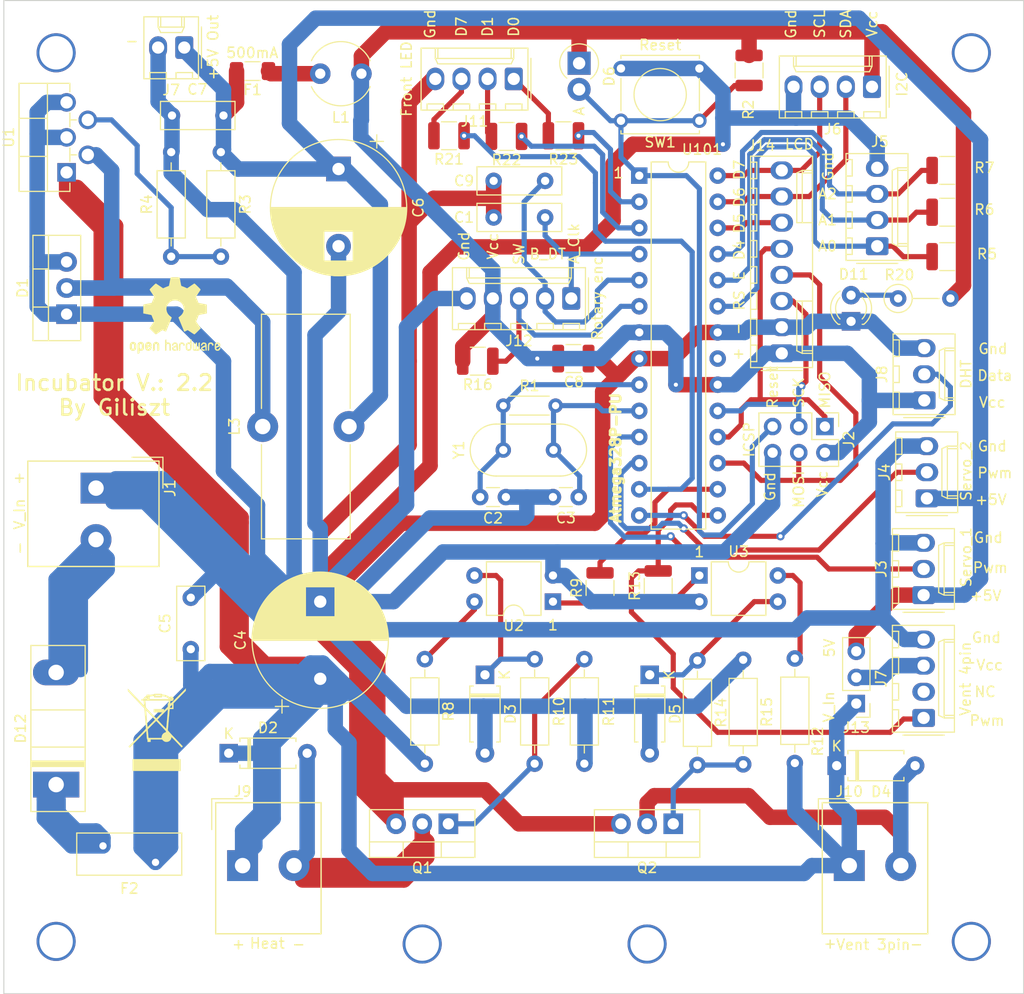
<source format=kicad_pcb>
(kicad_pcb (version 20171130) (host pcbnew 5.1.10-88a1d61d58~88~ubuntu20.04.1)
  (layers (0 F.Cu signal) (31 B.Cu signal) (34 B.Paste user) (35 F.Paste user) (36 B.SilkS user) (37 F.SilkS user) (38 B.Mask user) (39 F.Mask user) (44 Edge.Cuts user))
  (net 0 "")
  (net 1 GND)
  (net 2 /5V)
  (net 3 "Net-(C2-Pad2)")
  (net 4 "Net-(C3-Pad2)")
  (net 5 "Net-(F1-Pad1)")
  (net 6 /VCC)
  (net 7 /Reset)
  (net 8 "Net-(D1-Pad2)")
  (net 9 "Net-(R3-Pad2)")
  (net 10 /MISO)
  (net 11 /SCK)
  (net 12 /MOSI)
  (net 13 /AD0)
  (net 14 /AD1)
  (net 15 /AD2)
  (net 16 /V_In)
  (net 17 "Net-(D2-Pad2)")
  (net 18 "Net-(D3-Pad1)")
  (net 19 "Net-(Q1-Pad1)")
  (net 20 "Net-(R8-Pad2)")
  (net 21 "Net-(R9-Pad1)")
  (net 22 /D5)
  (net 23 /D6)
  (net 24 "Net-(D4-Pad2)")
  (net 25 "Net-(D5-Pad1)")
  (net 26 "Net-(Q2-Pad1)")
  (net 27 "Net-(R12-Pad2)")
  (net 28 "Net-(R13-Pad1)")
  (net 29 /A_Clk)
  (net 30 /B_DT)
  (net 31 /SW)
  (net 32 /AD3)
  (net 33 /D0)
  (net 34 /D1)
  (net 35 /D7)
  (net 36 "Net-(D11-Pad2)")
  (net 37 "Net-(J11-Pad1)")
  (net 38 "Net-(J11-Pad2)")
  (net 39 "Net-(J11-Pad3)")
  (net 40 "Net-(J7-Pad2)")
  (net 41 "Net-(J13-Pad2)")
  (net 42 "Net-(D12-Pad1)")
  (net 43 "Net-(D12-Pad2)")
  (net 44 "Net-(U101-Pad21)")
  (net 45 /AD4)
  (net 46 /AD5)
  (net 47 /D8)
  (net 48 /D10)
  (net 49 /D9)
  (module Capacitor_THT:C_Disc_D8.0mm_W2.5mm_P5.00mm (layer F.Cu) (at 131.318 61.722 180)
    (fp_text reference C1 (at 7.874 0) (layer F.SilkS))
    (fp_text value 100n)
    (pad 2 thru_hole circle (at 5 0 180) (size 1.6 1.6) (drill 0.8) (layers *.Cu *.Mask) (net 1 GND))
    (pad 1 thru_hole circle (at 0 0 180) (size 1.6 1.6) (drill 0.8) (layers *.Cu *.Mask) (net 29 /A_Clk))
  )
  (module Capacitor_THT:C_Disc_D8.0mm_W2.5mm_P5.00mm (layer F.Cu) (at 131.318 58.166 180)
    (fp_text reference C9 (at 7.874 0) (layer F.SilkS))
    (fp_text value 100n)
    (pad 1 thru_hole circle (at 0 0 180) (size 1.6 1.6) (drill 0.8) (layers *.Cu *.Mask) (net 30 /B_DT))
    (pad 2 thru_hole circle (at 5 0 180) (size 1.6 1.6) (drill 0.8) (layers *.Cu *.Mask) (net 1 GND))
  )
  (module Symbol:OSHW-Logo2_9.8x8mm_SilkScreen (layer F.Cu) (at 95.377 71.247)
    (fp_text reference REF** hide)
    (fp_text value OSHW-Logo2_9.8x8mm_SilkScreen hide)
  )
  (module Fuse:Fuse_BelFuse_0ZRE0016FF_L9.9mm_W3.8mm (layer F.Cu) (at 93.472 124.3965 180)
    (fp_text reference F2 (at 2.54 -2.54) (layer F.SilkS))
    (fp_text value 6,3A)
    (pad 2 thru_hole circle (at 5.1 1.6 180) (size 1.27 1.27) (drill 0.71) (layers *.Cu *.Mask) (net 42 "Net-(D12-Pad1)"))
    (pad 1 thru_hole circle (at 0 0 180) (size 1.27 1.27) (drill 0.71) (layers *.Cu *.Mask) (net 16 /V_In))
  )
  (module Connector_Molex:Molex_KK-254_AE-6410-02A_1x02_P2.54mm_Vertical (layer F.Cu) (at 96.266 45.212 180)
    (fp_text reference J7 (at 1.27 -4.12) (layer F.SilkS))
    (fp_text value "5V Out")
    (pad 1 thru_hole roundrect (at 0 0 180) (size 1.74 2.19) (drill 1.19) (layers *.Cu *.Mask) (roundrect_rratio 0.143678) (net 2 /5V))
    (pad 2 thru_hole oval (at 2.54 0 180) (size 1.74 2.19) (drill 1.19) (layers *.Cu *.Mask) (net 1 GND))
  )
  (module LED_THT:LED_D3.0mm_Clear (layer F.Cu) (at 161.036 71.8185 90)
    (fp_text reference D11 (at 4.572 0.254 180) (layer F.SilkS))
    (fp_text value Green)
    (pad 1 thru_hole rect (at 0 0 90) (size 1.8 1.8) (drill 0.9) (layers *.Cu *.Mask) (net 1 GND))
    (pad 2 thru_hole circle (at 2.54 0 90) (size 1.8 1.8) (drill 0.9) (layers *.Cu *.Mask) (net 36 "Net-(D11-Pad2)"))
  )
  (module TerminalBlock_Altech:Altech_AK300_1x02_P5.00mm_45-Degree (layer F.Cu) (at 101.934 124.714)
    (fp_text reference J9 (at 0 -7.2) (layer F.SilkS))
    (fp_text value pwm_heat)
    (pad 2 thru_hole circle (at 5 0) (size 3 3) (drill 1.5) (layers *.Cu *.Mask) (net 17 "Net-(D2-Pad2)"))
    (pad 1 thru_hole rect (at 0 0) (size 3 3) (drill 1.5) (layers *.Cu *.Mask) (net 16 /V_In))
  )
  (module Diode_THT:D_A-405_P7.62mm_Horizontal (layer F.Cu) (at 100.584 113.792)
    (fp_text reference D2 (at 3.81 -2.47) (layer F.SilkS))
    (fp_text value D_Schottky)
    (fp_text user K (at 0 -1.9) (layer F.SilkS))
    (pad 2 thru_hole oval (at 7.62 0) (size 1.8 1.8) (drill 0.9) (layers *.Cu *.Mask) (net 17 "Net-(D2-Pad2)"))
    (pad 1 thru_hole rect (at 0 0) (size 1.8 1.8) (drill 0.9) (layers *.Cu *.Mask) (net 16 /V_In))
  )
  (module Symbol:WEEE-Logo_5.6x8mm_SilkScreen (layer F.Cu) (at 93.599 111.506)
    (fp_text reference REF** hide)
    (fp_text value WEEE-Logo_5.6x8mm_SilkScreen hide)
  )
  (module Diode_THT:D_DO-15_P2.54mm_Vertical_AnodeUp (layer F.Cu) (at 134.62 46.736 270)
    (fp_text reference D6 (at 1.27 -2.92 90) (layer F.SilkS))
    (fp_text value 1N4148)
    (fp_text user A (at 4.66 0 90) (layer F.SilkS))
    (pad 1 thru_hole rect (at 0 0 270) (size 2.24 2.24) (drill 1.2) (layers *.Cu *.Mask) (net 6 /VCC))
    (pad 2 thru_hole oval (at 2.54 0 270) (size 2.24 2.24) (drill 1.2) (layers *.Cu *.Mask) (net 7 /Reset))
  )
  (module Resistor_SMD:R_1210_3225Metric (layer F.Cu) (at 124.7755 75.692 180)
    (fp_text reference R16 (at 0 -2.28) (layer F.SilkS))
    (fp_text value 10k)
    (pad 2 smd roundrect (at 1.4625 0 180) (size 1.125 2.65) (layers F.Cu F.Paste F.Mask) (roundrect_rratio 0.2222213333333333) (net 6 /VCC))
    (pad 1 smd roundrect (at -1.4625 0 180) (size 1.125 2.65) (layers F.Cu F.Paste F.Mask) (roundrect_rratio 0.2222213333333333) (net 31 /SW))
  )
  (module Connector_Molex:Molex_KK-254_AE-6410-04A_1x04_P2.54mm_Vertical (layer F.Cu) (at 128.27 48.26 180)
    (fp_text reference J11 (at 3.81 -4.12) (layer F.SilkS))
    (fp_text value Front_Led)
    (pad 1 thru_hole roundrect (at 0 0 180) (size 1.74 2.19) (drill 1.19) (layers *.Cu *.Mask) (roundrect_rratio 0.1436775862068966) (net 37 "Net-(J11-Pad1)"))
    (pad 2 thru_hole oval (at 2.54 0 180) (size 1.74 2.19) (drill 1.19) (layers *.Cu *.Mask) (net 38 "Net-(J11-Pad2)"))
    (pad 3 thru_hole oval (at 5.08 0 180) (size 1.74 2.19) (drill 1.19) (layers *.Cu *.Mask) (net 39 "Net-(J11-Pad3)"))
    (pad 4 thru_hole oval (at 7.62 0 180) (size 1.74 2.19) (drill 1.19) (layers *.Cu *.Mask) (net 1 GND))
  )
  (module Package_DIP:DIP-28_W7.62mm (layer F.Cu) (at 140.462 57.658)
    (fp_text reference U101 (at 6.096 -2.54) (layer F.SilkS))
    (fp_text value ATmega328-PU)
    (pad 1 thru_hole rect (at 0 0) (size 1.6 1.6) (drill 0.8) (layers *.Cu *.Mask) (net 7 /Reset))
    (pad 15 thru_hole oval (at 7.62 33.02) (size 1.6 1.6) (drill 0.8) (layers *.Cu *.Mask) (net 49 /D9))
    (pad 2 thru_hole oval (at 0 2.54) (size 1.6 1.6) (drill 0.8) (layers *.Cu *.Mask) (net 33 /D0))
    (pad 16 thru_hole oval (at 7.62 30.48) (size 1.6 1.6) (drill 0.8) (layers *.Cu *.Mask) (net 48 /D10))
    (pad 3 thru_hole oval (at 0 5.08) (size 1.6 1.6) (drill 0.8) (layers *.Cu *.Mask) (net 34 /D1))
    (pad 17 thru_hole oval (at 7.62 27.94) (size 1.6 1.6) (drill 0.8) (layers *.Cu *.Mask) (net 12 /MOSI))
    (pad 4 thru_hole oval (at 0 7.62) (size 1.6 1.6) (drill 0.8) (layers *.Cu *.Mask) (net 29 /A_Clk))
    (pad 18 thru_hole oval (at 7.62 25.4) (size 1.6 1.6) (drill 0.8) (layers *.Cu *.Mask) (net 10 /MISO))
    (pad 5 thru_hole oval (at 0 10.16) (size 1.6 1.6) (drill 0.8) (layers *.Cu *.Mask) (net 30 /B_DT))
    (pad 19 thru_hole oval (at 7.62 22.86) (size 1.6 1.6) (drill 0.8) (layers *.Cu *.Mask) (net 11 /SCK))
    (pad 6 thru_hole oval (at 0 12.7) (size 1.6 1.6) (drill 0.8) (layers *.Cu *.Mask) (net 31 /SW))
    (pad 20 thru_hole oval (at 7.62 20.32) (size 1.6 1.6) (drill 0.8) (layers *.Cu *.Mask) (net 6 /VCC))
    (pad 7 thru_hole oval (at 0 15.24) (size 1.6 1.6) (drill 0.8) (layers *.Cu *.Mask) (net 6 /VCC))
    (pad 21 thru_hole oval (at 7.62 17.78) (size 1.6 1.6) (drill 0.8) (layers *.Cu *.Mask) (net 44 "Net-(U101-Pad21)"))
    (pad 8 thru_hole oval (at 0 17.78) (size 1.6 1.6) (drill 0.8) (layers *.Cu *.Mask) (net 1 GND))
    (pad 22 thru_hole oval (at 7.62 15.24) (size 1.6 1.6) (drill 0.8) (layers *.Cu *.Mask) (net 1 GND))
    (pad 9 thru_hole oval (at 0 20.32) (size 1.6 1.6) (drill 0.8) (layers *.Cu *.Mask) (net 3 "Net-(C2-Pad2)"))
    (pad 23 thru_hole oval (at 7.62 12.7) (size 1.6 1.6) (drill 0.8) (layers *.Cu *.Mask) (net 13 /AD0))
    (pad 10 thru_hole oval (at 0 22.86) (size 1.6 1.6) (drill 0.8) (layers *.Cu *.Mask) (net 4 "Net-(C3-Pad2)"))
    (pad 24 thru_hole oval (at 7.62 10.16) (size 1.6 1.6) (drill 0.8) (layers *.Cu *.Mask) (net 14 /AD1))
    (pad 11 thru_hole oval (at 0 25.4) (size 1.6 1.6) (drill 0.8) (layers *.Cu *.Mask) (net 22 /D5))
    (pad 25 thru_hole oval (at 7.62 7.62) (size 1.6 1.6) (drill 0.8) (layers *.Cu *.Mask) (net 15 /AD2))
    (pad 12 thru_hole oval (at 0 27.94) (size 1.6 1.6) (drill 0.8) (layers *.Cu *.Mask) (net 23 /D6))
    (pad 26 thru_hole oval (at 7.62 5.08) (size 1.6 1.6) (drill 0.8) (layers *.Cu *.Mask) (net 32 /AD3))
    (pad 13 thru_hole oval (at 0 30.48) (size 1.6 1.6) (drill 0.8) (layers *.Cu *.Mask) (net 35 /D7))
    (pad 27 thru_hole oval (at 7.62 2.54) (size 1.6 1.6) (drill 0.8) (layers *.Cu *.Mask) (net 45 /AD4))
    (pad 14 thru_hole oval (at 0 33.02) (size 1.6 1.6) (drill 0.8) (layers *.Cu *.Mask) (net 47 /D8))
    (pad 28 thru_hole oval (at 7.62 0) (size 1.6 1.6) (drill 0.8) (layers *.Cu *.Mask) (net 46 /AD5))
  )
  (module Inductor_THT:L_Radial_D6.0mm_P4.00mm (layer F.Cu) (at 113.474 47.752 180)
    (fp_text reference L1 (at 2 -4.25) (layer F.SilkS))
    (fp_text value 10uH)
    (pad 2 thru_hole circle (at 4 0 180) (size 2 2) (drill 1) (layers *.Cu *.Mask) (net 5 "Net-(F1-Pad1)"))
    (pad 1 thru_hole circle (at 0 0 180) (size 2 2) (drill 1) (layers *.Cu *.Mask) (net 6 /VCC))
  )
  (module Capacitor_THT:C_Disc_D3.0mm_W1.6mm_P2.50mm (layer F.Cu) (at 127.508 88.9 180)
    (fp_text reference C2 (at 1.25 -2.05) (layer F.SilkS))
    (fp_text value 22p)
    (pad 2 thru_hole circle (at 2.5 0 180) (size 1.6 1.6) (drill 0.8) (layers *.Cu *.Mask) (net 3 "Net-(C2-Pad2)"))
    (pad 1 thru_hole circle (at 0 0 180) (size 1.6 1.6) (drill 0.8) (layers *.Cu *.Mask) (net 1 GND))
  )
  (module Capacitor_THT:C_Disc_D3.0mm_W1.6mm_P2.50mm (layer F.Cu) (at 132.08 88.9)
    (fp_text reference C3 (at 1.25 2.032) (layer F.SilkS))
    (fp_text value 22p)
    (pad 1 thru_hole circle (at 0 0) (size 1.6 1.6) (drill 0.8) (layers *.Cu *.Mask) (net 1 GND))
    (pad 2 thru_hole circle (at 2.5 0) (size 1.6 1.6) (drill 0.8) (layers *.Cu *.Mask) (net 4 "Net-(C3-Pad2)"))
  )
  (module Resistor_THT:R_Axial_DIN0204_L3.6mm_D1.6mm_P5.08mm_Horizontal (layer F.Cu) (at 127.254 80.01)
    (fp_text reference R1 (at 2.54 -1.92) (layer F.SilkS))
    (fp_text value 1M)
    (pad 1 thru_hole circle (at 0 0) (size 1.4 1.4) (drill 0.7) (layers *.Cu *.Mask) (net 3 "Net-(C2-Pad2)"))
    (pad 2 thru_hole oval (at 5.08 0) (size 1.4 1.4) (drill 0.7) (layers *.Cu *.Mask) (net 4 "Net-(C3-Pad2)"))
  )
  (module Crystal:Crystal_HC49-U_Vertical (layer F.Cu) (at 127.254 84.328)
    (fp_text reference Y1 (at -4.318 0 90) (layer F.SilkS))
    (fp_text value 16MHz)
    (pad 1 thru_hole circle (at 0 0) (size 1.5 1.5) (drill 0.8) (layers *.Cu *.Mask) (net 3 "Net-(C2-Pad2)"))
    (pad 2 thru_hole circle (at 4.88 0) (size 1.5 1.5) (drill 0.8) (layers *.Cu *.Mask) (net 4 "Net-(C3-Pad2)"))
  )
  (module Resistor_SMD:R_1206_3216Metric_Pad1.30x1.75mm_HandSolder (layer F.Cu) (at 102.896 47.498 180)
    (fp_text reference F1 (at 0 -1.82) (layer F.SilkS))
    (fp_text value 500mA)
    (pad 1 smd roundrect (at -1.55 0 180) (size 1.3 1.75) (layers F.Cu F.Paste F.Mask) (roundrect_rratio 0.1923076923076923) (net 5 "Net-(F1-Pad1)"))
    (pad 2 smd roundrect (at 1.55 0 180) (size 1.3 1.75) (layers F.Cu F.Paste F.Mask) (roundrect_rratio 0.1923076923076923) (net 2 /5V))
  )
  (module Resistor_SMD:R_1210_3225Metric (layer F.Cu) (at 151.13 47.4365 270)
    (fp_text reference R2 (at 3.808 0.0635 90) (layer F.SilkS))
    (fp_text value 10k)
    (pad 1 smd roundrect (at -1.4625 0 270) (size 1.125 2.65) (layers F.Cu F.Paste F.Mask) (roundrect_rratio 0.2222213333333333) (net 6 /VCC))
    (pad 2 smd roundrect (at 1.4625 0 270) (size 1.125 2.65) (layers F.Cu F.Paste F.Mask) (roundrect_rratio 0.2222213333333333) (net 7 /Reset))
  )
  (module Button_Switch_THT:SW_Tactile_Straight_KSL0Axx1LFTR (layer F.Cu) (at 146.304 52.324 180)
    (fp_text reference SW1 (at 3.81 -2.08) (layer F.SilkS))
    (fp_text value Reset)
    (pad 1 thru_hole circle (at 7.62 0 180) (size 1.397 1.397) (drill 0.8128) (layers *.Cu *.Mask) (net 7 /Reset))
    (pad 2 thru_hole circle (at 7.62 5.08 180) (size 1.397 1.397) (drill 0.8128) (layers *.Cu *.Mask) (net 1 GND))
    (pad 1 thru_hole circle (at 0 0 180) (size 1.397 1.397) (drill 0.8128) (layers *.Cu *.Mask) (net 7 /Reset))
    (pad 2 thru_hole circle (at 0 5.08 180) (size 1.397 1.397) (drill 0.8128) (layers *.Cu *.Mask) (net 1 GND))
  )
  (module Capacitor_THT:CP_Radial_D13.0mm_P7.50mm (layer F.Cu) (at 109.474 106.56 90)
    (fp_text reference C4 (at 3.75 -7.75 90) (layer F.SilkS))
    (fp_text value 470u)
    (pad 1 thru_hole rect (at 0 0 90) (size 2.4 2.4) (drill 1.2) (layers *.Cu *.Mask) (net 16 /V_In))
    (pad 2 thru_hole circle (at 7.5 0 90) (size 2.4 2.4) (drill 1.2) (layers *.Cu *.Mask) (net 1 GND))
  )
  (module Capacitor_THT:C_Disc_D7.0mm_W2.5mm_P5.00mm (layer F.Cu) (at 96.901 103.679 90)
    (fp_text reference C5 (at 2.5 -2.5 90) (layer F.SilkS))
    (fp_text value 100n)
    (pad 2 thru_hole circle (at 5 0 90) (size 1.6 1.6) (drill 0.8) (layers *.Cu *.Mask) (net 1 GND))
    (pad 1 thru_hole circle (at 0 0 90) (size 1.6 1.6) (drill 0.8) (layers *.Cu *.Mask) (net 16 /V_In))
  )
  (module Capacitor_THT:CP_Radial_D13.0mm_P7.50mm (layer F.Cu) (at 111.252 57.016 270)
    (fp_text reference C6 (at 3.75 -7.75 90) (layer F.SilkS))
    (fp_text value 470u)
    (pad 2 thru_hole circle (at 7.5 0 270) (size 2.4 2.4) (drill 1.2) (layers *.Cu *.Mask) (net 1 GND))
    (pad 1 thru_hole rect (at 0 0 270) (size 2.4 2.4) (drill 1.2) (layers *.Cu *.Mask) (net 2 /5V))
  )
  (module Capacitor_THT:C_Disc_D7.0mm_W2.5mm_P5.00mm (layer F.Cu) (at 100.076 51.816 180)
    (fp_text reference C7 (at 2.54 2.54) (layer F.SilkS))
    (fp_text value 100n)
    (pad 1 thru_hole circle (at 0 0 180) (size 1.6 1.6) (drill 0.8) (layers *.Cu *.Mask) (net 2 /5V))
    (pad 2 thru_hole circle (at 5 0 180) (size 1.6 1.6) (drill 0.8) (layers *.Cu *.Mask) (net 1 GND))
  )
  (module Package_TO_SOT_THT:TO-220-3_Vertical (layer F.Cu) (at 84.836 71.12 90)
    (fp_text reference D1 (at 2.54 -4.27 90) (layer F.SilkS))
    (fp_text value Schottky)
    (pad 1 thru_hole rect (at 0 0 90) (size 1.905 2) (drill 1.1) (layers *.Cu *.Mask) (net 1 GND))
    (pad 2 thru_hole oval (at 2.54 0 90) (size 1.905 2) (drill 1.1) (layers *.Cu *.Mask) (net 8 "Net-(D1-Pad2)"))
    (pad 3 thru_hole oval (at 5.08 0 90) (size 1.905 2) (drill 1.1) (layers *.Cu *.Mask) (net 1 GND))
  )
  (module TerminalBlock_Altech:Altech_AK300_1x02_P5.00mm_45-Degree (layer F.Cu) (at 87.6935 88.0275 270)
    (fp_text reference J1 (at 0 -7.2 90) (layer F.SilkS))
    (fp_text value V_In)
    (pad 1 thru_hole rect (at 0 0 270) (size 3 3) (drill 1.5) (layers *.Cu *.Mask) (net 1 GND))
    (pad 2 thru_hole circle (at 5 0 270) (size 3 3) (drill 1.5) (layers *.Cu *.Mask) (net 43 "Net-(D12-Pad2)"))
  )
  (module Inductor_THT:L_Toroid_Vertical_L21.6mm_W8.4mm_P8.38mm_Pulse_G (layer F.Cu) (at 103.886 82.042 90)
    (fp_text reference L3 (at 0 -2.75 90) (layer F.SilkS))
    (fp_text value 330u)
    (pad 1 thru_hole circle (at 0 0 90) (size 3 3) (drill 1.5) (layers *.Cu *.Mask) (net 8 "Net-(D1-Pad2)"))
    (pad 2 thru_hole circle (at 0 8.38 90) (size 3 3) (drill 1.5) (layers *.Cu *.Mask) (net 2 /5V))
  )
  (module Resistor_THT:R_Axial_DIN0207_L6.3mm_D2.5mm_P10.16mm_Horizontal (layer F.Cu) (at 99.822 55.372 270)
    (fp_text reference R3 (at 5.08 -2.37 90) (layer F.SilkS))
    (fp_text value 3065)
    (pad 2 thru_hole oval (at 10.16 0 270) (size 1.6 1.6) (drill 0.8) (layers *.Cu *.Mask) (net 9 "Net-(R3-Pad2)"))
    (pad 1 thru_hole circle (at 0 0 270) (size 1.6 1.6) (drill 0.8) (layers *.Cu *.Mask) (net 2 /5V))
  )
  (module Resistor_THT:R_Axial_DIN0207_L6.3mm_D2.5mm_P10.16mm_Horizontal (layer F.Cu) (at 94.996 65.532 90)
    (fp_text reference R4 (at 5.08 -2.37 90) (layer F.SilkS))
    (fp_text value 1k)
    (pad 1 thru_hole circle (at 0 0 90) (size 1.6 1.6) (drill 0.8) (layers *.Cu *.Mask) (net 9 "Net-(R3-Pad2)"))
    (pad 2 thru_hole oval (at 10.16 0 90) (size 1.6 1.6) (drill 0.8) (layers *.Cu *.Mask) (net 1 GND))
  )
  (module Capacitor_SMD:C_1210_3225Metric (layer F.Cu) (at 134.063 75.438)
    (fp_text reference C8 (at 0.049 2.286) (layer F.SilkS))
    (fp_text value 100n)
    (pad 1 smd roundrect (at -1.475 0) (size 1.15 2.7) (layers F.Cu F.Paste F.Mask) (roundrect_rratio 0.2173904347826087) (net 6 /VCC))
    (pad 2 smd roundrect (at 1.475 0) (size 1.15 2.7) (layers F.Cu F.Paste F.Mask) (roundrect_rratio 0.2173904347826087) (net 1 GND))
  )
  (module Connector_PinHeader_2.54mm:PinHeader_2x03_P2.54mm_Vertical (layer F.Cu) (at 158.496 82.042 270)
    (fp_text reference J2 (at 1.27 -2.33 90) (layer F.SilkS))
    (fp_text value ICSP)
    (pad 1 thru_hole rect (at 0 0 270) (size 1.7 1.7) (drill 1) (layers *.Cu *.Mask) (net 10 /MISO))
    (pad 2 thru_hole oval (at 2.54 0 270) (size 1.7 1.7) (drill 1) (layers *.Cu *.Mask) (net 6 /VCC))
    (pad 3 thru_hole oval (at 0 2.54 270) (size 1.7 1.7) (drill 1) (layers *.Cu *.Mask) (net 11 /SCK))
    (pad 4 thru_hole oval (at 2.54 2.54 270) (size 1.7 1.7) (drill 1) (layers *.Cu *.Mask) (net 12 /MOSI))
    (pad 5 thru_hole oval (at 0 5.08 270) (size 1.7 1.7) (drill 1) (layers *.Cu *.Mask) (net 7 /Reset))
    (pad 6 thru_hole oval (at 2.54 5.08 270) (size 1.7 1.7) (drill 1) (layers *.Cu *.Mask) (net 1 GND))
  )
  (module Connector_Molex:Molex_KK-254_AE-6410-04A_1x04_P2.54mm_Vertical (layer F.Cu) (at 163.068 49.022 180)
    (fp_text reference J6 (at 3.81 -4.12) (layer F.SilkS))
    (fp_text value I2C)
    (pad 1 thru_hole roundrect (at 0 0 180) (size 1.74 2.19) (drill 1.19) (layers *.Cu *.Mask) (roundrect_rratio 0.1436775862068966) (net 6 /VCC))
    (pad 2 thru_hole oval (at 2.54 0 180) (size 1.74 2.19) (drill 1.19) (layers *.Cu *.Mask) (net 45 /AD4))
    (pad 3 thru_hole oval (at 5.08 0 180) (size 1.74 2.19) (drill 1.19) (layers *.Cu *.Mask) (net 46 /AD5))
    (pad 4 thru_hole oval (at 7.62 0 180) (size 1.74 2.19) (drill 1.19) (layers *.Cu *.Mask) (net 1 GND))
  )
  (module Connector_Molex:Molex_KK-254_AE-6410-04A_1x04_P2.54mm_Vertical (layer F.Cu) (at 163.576 64.516 90)
    (fp_text reference J5 (at 10.16 0.254 180) (layer F.SilkS))
    (fp_text value NTC)
    (pad 1 thru_hole roundrect (at 0 0 90) (size 1.74 2.19) (drill 1.19) (layers *.Cu *.Mask) (roundrect_rratio 0.1436775862068966) (net 13 /AD0))
    (pad 2 thru_hole oval (at 2.54 0 90) (size 1.74 2.19) (drill 1.19) (layers *.Cu *.Mask) (net 14 /AD1))
    (pad 3 thru_hole oval (at 5.08 0 90) (size 1.74 2.19) (drill 1.19) (layers *.Cu *.Mask) (net 15 /AD2))
    (pad 4 thru_hole oval (at 7.62 0 90) (size 1.74 2.19) (drill 1.19) (layers *.Cu *.Mask) (net 1 GND))
  )
  (module Resistor_SMD:R_1210_3225Metric (layer F.Cu) (at 170.3725 65.532)
    (fp_text reference R5 (at 3.8715 -0.254) (layer F.SilkS))
    (fp_text value 10k)
    (pad 1 smd roundrect (at -1.4625 0) (size 1.125 2.65) (layers F.Cu F.Paste F.Mask) (roundrect_rratio 0.2222213333333333) (net 13 /AD0))
    (pad 2 smd roundrect (at 1.4625 0) (size 1.125 2.65) (layers F.Cu F.Paste F.Mask) (roundrect_rratio 0.2222213333333333) (net 6 /VCC))
  )
  (module Resistor_SMD:R_1210_3225Metric (layer F.Cu) (at 170.3725 61.214)
    (fp_text reference R6 (at 3.6175 -0.254) (layer F.SilkS))
    (fp_text value 10k)
    (pad 2 smd roundrect (at 1.4625 0) (size 1.125 2.65) (layers F.Cu F.Paste F.Mask) (roundrect_rratio 0.2222213333333333) (net 6 /VCC))
    (pad 1 smd roundrect (at -1.4625 0) (size 1.125 2.65) (layers F.Cu F.Paste F.Mask) (roundrect_rratio 0.2222213333333333) (net 14 /AD1))
  )
  (module Resistor_SMD:R_1210_3225Metric (layer F.Cu) (at 170.3725 57.15)
    (fp_text reference R7 (at 3.6175 -0.254) (layer F.SilkS))
    (fp_text value 10k)
    (pad 1 smd roundrect (at -1.4625 0) (size 1.125 2.65) (layers F.Cu F.Paste F.Mask) (roundrect_rratio 0.2222213333333333) (net 15 /AD2))
    (pad 2 smd roundrect (at 1.4625 0) (size 1.125 2.65) (layers F.Cu F.Paste F.Mask) (roundrect_rratio 0.2222213333333333) (net 6 /VCC))
  )
  (module Connector_Molex:Molex_KK-254_AE-6410-03A_1x03_P2.54mm_Vertical (layer F.Cu) (at 168.148 79.502 90)
    (fp_text reference J8 (at 2.54 -4.12 90) (layer F.SilkS))
    (fp_text value DHT)
    (pad 1 thru_hole roundrect (at 0 0 90) (size 1.74 2.19) (drill 1.19) (layers *.Cu *.Mask) (roundrect_rratio 0.1436775862068966) (net 6 /VCC))
    (pad 2 thru_hole oval (at 2.54 0 90) (size 1.74 2.19) (drill 1.19) (layers *.Cu *.Mask) (net 47 /D8))
    (pad 3 thru_hole oval (at 5.08 0 90) (size 1.74 2.19) (drill 1.19) (layers *.Cu *.Mask) (net 1 GND))
  )
  (module Diode_THT:D_A-405_P7.62mm_Horizontal (layer F.Cu) (at 125.476 106.172 270)
    (fp_text reference D3 (at 3.81 -2.47 90) (layer F.SilkS))
    (fp_text value D_Schottky)
    (fp_text user K (at 0 -1.9 90) (layer F.SilkS))
    (pad 1 thru_hole rect (at 0 0 270) (size 1.8 1.8) (drill 0.9) (layers *.Cu *.Mask) (net 18 "Net-(D3-Pad1)"))
    (pad 2 thru_hole oval (at 7.62 0 270) (size 1.8 1.8) (drill 0.9) (layers *.Cu *.Mask) (net 1 GND))
  )
  (module Package_TO_SOT_THT:TO-220-3_Vertical (layer F.Cu) (at 121.92 120.65 180)
    (fp_text reference Q1 (at 2.54 -4.27) (layer F.SilkS))
    (fp_text value IRLZ34N)
    (pad 1 thru_hole rect (at 0 0 180) (size 1.905 2) (drill 1.1) (layers *.Cu *.Mask) (net 19 "Net-(Q1-Pad1)"))
    (pad 2 thru_hole oval (at 2.54 0 180) (size 1.905 2) (drill 1.1) (layers *.Cu *.Mask) (net 17 "Net-(D2-Pad2)"))
    (pad 3 thru_hole oval (at 5.08 0 180) (size 1.905 2) (drill 1.1) (layers *.Cu *.Mask) (net 1 GND))
  )
  (module Resistor_THT:R_Axial_DIN0207_L6.3mm_D2.5mm_P10.16mm_Horizontal (layer F.Cu) (at 119.634 114.808 90)
    (fp_text reference R8 (at 5.08 2.286 90) (layer F.SilkS))
    (fp_text value 4k7)
    (pad 1 thru_hole circle (at 0 0 90) (size 1.6 1.6) (drill 0.8) (layers *.Cu *.Mask) (net 16 /V_In))
    (pad 2 thru_hole oval (at 10.16 0 90) (size 1.6 1.6) (drill 0.8) (layers *.Cu *.Mask) (net 20 "Net-(R8-Pad2)"))
  )
  (module Resistor_THT:R_Axial_DIN0207_L6.3mm_D2.5mm_P10.16mm_Horizontal (layer F.Cu) (at 130.302 104.648 270)
    (fp_text reference R10 (at 5.08 -2.37 90) (layer F.SilkS))
    (fp_text value 100)
    (pad 2 thru_hole oval (at 10.16 0 270) (size 1.6 1.6) (drill 0.8) (layers *.Cu *.Mask) (net 19 "Net-(Q1-Pad1)"))
    (pad 1 thru_hole circle (at 0 0 270) (size 1.6 1.6) (drill 0.8) (layers *.Cu *.Mask) (net 18 "Net-(D3-Pad1)"))
  )
  (module Resistor_THT:R_Axial_DIN0207_L6.3mm_D2.5mm_P10.16mm_Horizontal (layer F.Cu) (at 135.128 104.648 270)
    (fp_text reference R11 (at 5.08 -2.37 90) (layer F.SilkS))
    (fp_text value 4k7)
    (pad 1 thru_hole circle (at 0 0 270) (size 1.6 1.6) (drill 0.8) (layers *.Cu *.Mask) (net 19 "Net-(Q1-Pad1)"))
    (pad 2 thru_hole oval (at 10.16 0 270) (size 1.6 1.6) (drill 0.8) (layers *.Cu *.Mask) (net 1 GND))
  )
  (module Package_DIP:DIP-4_W7.62mm (layer F.Cu) (at 132.08 99.06 180)
    (fp_text reference U2 (at 3.81 -2.33) (layer F.SilkS))
    (fp_text value EL817)
    (pad 1 thru_hole rect (at 0 0 180) (size 1.6 1.6) (drill 0.8) (layers *.Cu *.Mask) (net 21 "Net-(R9-Pad1)"))
    (pad 3 thru_hole oval (at 7.62 2.54 180) (size 1.6 1.6) (drill 0.8) (layers *.Cu *.Mask) (net 18 "Net-(D3-Pad1)"))
    (pad 2 thru_hole oval (at 0 2.54 180) (size 1.6 1.6) (drill 0.8) (layers *.Cu *.Mask) (net 1 GND))
    (pad 4 thru_hole oval (at 7.62 0 180) (size 1.6 1.6) (drill 0.8) (layers *.Cu *.Mask) (net 20 "Net-(R8-Pad2)"))
  )
  (module Diode_THT:D_A-405_P7.62mm_Horizontal (layer F.Cu) (at 159.639 114.9985)
    (fp_text reference D4 (at 4.318 2.54) (layer F.SilkS))
    (fp_text value D_Schottky)
    (fp_text user K (at 0 -1.9) (layer F.SilkS))
    (pad 1 thru_hole rect (at 0 0) (size 1.8 1.8) (drill 0.9) (layers *.Cu *.Mask) (net 16 /V_In))
    (pad 2 thru_hole oval (at 7.62 0) (size 1.8 1.8) (drill 0.9) (layers *.Cu *.Mask) (net 24 "Net-(D4-Pad2)"))
  )
  (module Diode_THT:D_A-405_P7.62mm_Horizontal (layer F.Cu) (at 141.478 106.172 270)
    (fp_text reference D5 (at 3.81 -2.47 90) (layer F.SilkS))
    (fp_text value D_Schottky)
    (fp_text user K (at 0 -1.9 90) (layer F.SilkS))
    (pad 2 thru_hole oval (at 7.62 0 270) (size 1.8 1.8) (drill 0.9) (layers *.Cu *.Mask) (net 1 GND))
    (pad 1 thru_hole rect (at 0 0 270) (size 1.8 1.8) (drill 0.9) (layers *.Cu *.Mask) (net 25 "Net-(D5-Pad1)"))
  )
  (module Package_TO_SOT_THT:TO-220-3_Vertical (layer F.Cu) (at 143.764 120.65 180)
    (fp_text reference Q2 (at 2.54 -4.27) (layer F.SilkS))
    (fp_text value IRLZ34N)
    (pad 1 thru_hole rect (at 0 0 180) (size 1.905 2) (drill 1.1) (layers *.Cu *.Mask) (net 26 "Net-(Q2-Pad1)"))
    (pad 2 thru_hole oval (at 2.54 0 180) (size 1.905 2) (drill 1.1) (layers *.Cu *.Mask) (net 24 "Net-(D4-Pad2)"))
    (pad 3 thru_hole oval (at 5.08 0 180) (size 1.905 2) (drill 1.1) (layers *.Cu *.Mask) (net 1 GND))
  )
  (module Resistor_THT:R_Axial_DIN0207_L6.3mm_D2.5mm_P10.16mm_Horizontal (layer F.Cu) (at 155.575 114.7445 90)
    (fp_text reference R12 (at 2.0955 2.2225 90) (layer F.SilkS))
    (fp_text value 4k7)
    (pad 2 thru_hole oval (at 10.16 0 90) (size 1.6 1.6) (drill 0.8) (layers *.Cu *.Mask) (net 27 "Net-(R12-Pad2)"))
    (pad 1 thru_hole circle (at 0 0 90) (size 1.6 1.6) (drill 0.8) (layers *.Cu *.Mask) (net 16 /V_In))
  )
  (module Resistor_THT:R_Axial_DIN0207_L6.3mm_D2.5mm_P10.16mm_Horizontal (layer F.Cu) (at 146.1135 104.775 270)
    (fp_text reference R14 (at 5.08 -2.286 90) (layer F.SilkS))
    (fp_text value 100)
    (pad 1 thru_hole circle (at 0 0 270) (size 1.6 1.6) (drill 0.8) (layers *.Cu *.Mask) (net 25 "Net-(D5-Pad1)"))
    (pad 2 thru_hole oval (at 10.16 0 270) (size 1.6 1.6) (drill 0.8) (layers *.Cu *.Mask) (net 26 "Net-(Q2-Pad1)"))
  )
  (module Resistor_THT:R_Axial_DIN0207_L6.3mm_D2.5mm_P10.16mm_Horizontal (layer F.Cu) (at 150.5585 114.8715 90)
    (fp_text reference R15 (at 5.08 2.286 90) (layer F.SilkS))
    (fp_text value 4k7)
    (pad 1 thru_hole circle (at 0 0 90) (size 1.6 1.6) (drill 0.8) (layers *.Cu *.Mask) (net 26 "Net-(Q2-Pad1)"))
    (pad 2 thru_hole oval (at 10.16 0 90) (size 1.6 1.6) (drill 0.8) (layers *.Cu *.Mask) (net 1 GND))
  )
  (module Package_DIP:DIP-4_W7.62mm (layer F.Cu) (at 146.304 96.52)
    (fp_text reference U3 (at 3.81 -2.33) (layer F.SilkS))
    (fp_text value EL817)
    (pad 1 thru_hole rect (at 0 0) (size 1.6 1.6) (drill 0.8) (layers *.Cu *.Mask) (net 28 "Net-(R13-Pad1)"))
    (pad 3 thru_hole oval (at 7.62 2.54) (size 1.6 1.6) (drill 0.8) (layers *.Cu *.Mask) (net 25 "Net-(D5-Pad1)"))
    (pad 2 thru_hole oval (at 0 2.54) (size 1.6 1.6) (drill 0.8) (layers *.Cu *.Mask) (net 1 GND))
    (pad 4 thru_hole oval (at 7.62 0) (size 1.6 1.6) (drill 0.8) (layers *.Cu *.Mask) (net 27 "Net-(R12-Pad2)"))
  )
  (module Connector_Molex:Molex_KK-254_AE-6410-05A_1x05_P2.54mm_Vertical (layer F.Cu) (at 133.858 69.596 180)
    (fp_text reference J12 (at 5.08 -4.12) (layer F.SilkS))
    (fp_text value "Rotary enc")
    (pad 1 thru_hole roundrect (at 0 0 180) (size 1.74 2.19) (drill 1.19) (layers *.Cu *.Mask) (roundrect_rratio 0.1436775862068966) (net 29 /A_Clk))
    (pad 2 thru_hole oval (at 2.54 0 180) (size 1.74 2.19) (drill 1.19) (layers *.Cu *.Mask) (net 30 /B_DT))
    (pad 3 thru_hole oval (at 5.08 0 180) (size 1.74 2.19) (drill 1.19) (layers *.Cu *.Mask) (net 31 /SW))
    (pad 4 thru_hole oval (at 7.62 0 180) (size 1.74 2.19) (drill 1.19) (layers *.Cu *.Mask) (net 6 /VCC))
    (pad 5 thru_hole oval (at 10.16 0 180) (size 1.74 2.19) (drill 1.19) (layers *.Cu *.Mask) (net 1 GND))
  )
  (module Resistor_SMD:R_1210_3225Metric (layer F.Cu) (at 136.652 97.7285 90)
    (fp_text reference R9 (at 0 -2.28 90) (layer F.SilkS))
    (fp_text value 1k)
    (pad 2 smd roundrect (at 1.4625 0 90) (size 1.125 2.65) (layers F.Cu F.Paste F.Mask) (roundrect_rratio 0.2222213333333333) (net 48 /D10))
    (pad 1 smd roundrect (at -1.4625 0 90) (size 1.125 2.65) (layers F.Cu F.Paste F.Mask) (roundrect_rratio 0.2222213333333333) (net 21 "Net-(R9-Pad1)"))
  )
  (module TerminalBlock_Altech:Altech_AK300_1x02_P5.00mm_45-Degree (layer F.Cu) (at 160.862 124.714)
    (fp_text reference J10 (at 0 -7.2) (layer F.SilkS))
    (fp_text value pwm_vent)
    (pad 1 thru_hole rect (at 0 0) (size 3 3) (drill 1.5) (layers *.Cu *.Mask) (net 16 /V_In))
    (pad 2 thru_hole circle (at 5 0) (size 3 3) (drill 1.5) (layers *.Cu *.Mask) (net 24 "Net-(D4-Pad2)"))
  )
  (module Resistor_THT:R_Axial_DIN0207_L6.3mm_D2.5mm_P5.08mm_Vertical (layer F.Cu) (at 165.608 69.596)
    (fp_text reference R20 (at 0.127 -2.286) (layer F.SilkS))
    (fp_text value 1k)
    (pad 1 thru_hole circle (at 0 0) (size 1.6 1.6) (drill 0.8) (layers *.Cu *.Mask) (net 36 "Net-(D11-Pad2)"))
    (pad 2 thru_hole oval (at 5.08 0) (size 1.6 1.6) (drill 0.8) (layers *.Cu *.Mask) (net 6 /VCC))
  )
  (module Connector_Molex:Molex_KK-254_AE-6410-03A_1x03_P2.54mm_Vertical (layer F.Cu) (at 168.0845 98.425 90)
    (fp_text reference J3 (at 2.54 -4.12 90) (layer F.SilkS))
    (fp_text value Servo1)
    (pad 3 thru_hole oval (at 5.08 0 90) (size 1.74 2.19) (drill 1.19) (layers *.Cu *.Mask) (net 1 GND))
    (pad 2 thru_hole oval (at 2.54 0 90) (size 1.74 2.19) (drill 1.19) (layers *.Cu *.Mask) (net 22 /D5))
    (pad 1 thru_hole roundrect (at 0 0 90) (size 1.74 2.19) (drill 1.19) (layers *.Cu *.Mask) (roundrect_rratio 0.143678) (net 2 /5V))
  )
  (module Connector_Molex:Molex_KK-254_AE-6410-03A_1x03_P2.54mm_Vertical (layer F.Cu) (at 168.402 89.027 90)
    (fp_text reference J4 (at 2.54 -4.12 90) (layer F.SilkS))
    (fp_text value Servo2)
    (pad 3 thru_hole oval (at 5.08 0 90) (size 1.74 2.19) (drill 1.19) (layers *.Cu *.Mask) (net 1 GND))
    (pad 2 thru_hole oval (at 2.54 0 90) (size 1.74 2.19) (drill 1.19) (layers *.Cu *.Mask) (net 23 /D6))
    (pad 1 thru_hole roundrect (at 0 0 90) (size 1.74 2.19) (drill 1.19) (layers *.Cu *.Mask) (roundrect_rratio 0.143678) (net 2 /5V))
  )
  (module Resistor_SMD:R_1210_3225Metric (layer F.Cu) (at 142.3035 97.538 90)
    (fp_text reference R13 (at 0 -2.28 90) (layer F.SilkS))
    (fp_text value 1k)
    (pad 2 smd roundrect (at 1.4625 0 90) (size 1.125 2.65) (layers F.Cu F.Paste F.Mask) (roundrect_rratio 0.222222) (net 49 /D9))
    (pad 1 smd roundrect (at -1.4625 0 90) (size 1.125 2.65) (layers F.Cu F.Paste F.Mask) (roundrect_rratio 0.222222) (net 28 "Net-(R13-Pad1)"))
  )
  (module Resistor_SMD:R_1210_3225Metric (layer F.Cu) (at 121.9815 53.7845 180)
    (fp_text reference R21 (at 0 -2.28) (layer F.SilkS))
    (fp_text value 1k)
    (pad 1 smd roundrect (at -1.4625 0 180) (size 1.125 2.65) (layers F.Cu F.Paste F.Mask) (roundrect_rratio 0.222222) (net 35 /D7))
    (pad 2 smd roundrect (at 1.4625 0 180) (size 1.125 2.65) (layers F.Cu F.Paste F.Mask) (roundrect_rratio 0.222222) (net 39 "Net-(J11-Pad3)"))
  )
  (module Resistor_SMD:R_1210_3225Metric (layer F.Cu) (at 127.5695 53.848 180)
    (fp_text reference R22 (at 0 -2.28) (layer F.SilkS))
    (fp_text value 1k)
    (pad 2 smd roundrect (at 1.4625 0 180) (size 1.125 2.65) (layers F.Cu F.Paste F.Mask) (roundrect_rratio 0.222222) (net 38 "Net-(J11-Pad2)"))
    (pad 1 smd roundrect (at -1.4625 0 180) (size 1.125 2.65) (layers F.Cu F.Paste F.Mask) (roundrect_rratio 0.222222) (net 34 /D1))
  )
  (module Resistor_SMD:R_1210_3225Metric (layer F.Cu) (at 133.098 53.7845 180)
    (fp_text reference R23 (at 0 -2.28) (layer F.SilkS))
    (fp_text value 1k)
    (pad 1 smd roundrect (at -1.4625 0 180) (size 1.125 2.65) (layers F.Cu F.Paste F.Mask) (roundrect_rratio 0.222222) (net 33 /D0))
    (pad 2 smd roundrect (at 1.4625 0 180) (size 1.125 2.65) (layers F.Cu F.Paste F.Mask) (roundrect_rratio 0.222222) (net 37 "Net-(J11-Pad1)"))
  )
  (module Package_TO_SOT_THT:TO-220F-5_P3.4x2.06mm_StaggerEven_Lead1.86mm_Vertical (layer F.Cu) (at 84.836 57.3405 90)
    (fp_text reference U1 (at 3.4 -5.62 90) (layer F.SilkS))
    (fp_text value LM2596S-ADJ)
    (pad 1 thru_hole rect (at 0 0 90) (size 1.8 1.8) (drill 1.2) (layers *.Cu *.Mask) (net 16 /V_In))
    (pad 2 thru_hole oval (at 1.7 2.06 90) (size 1.8 1.8) (drill 1.2) (layers *.Cu *.Mask) (net 8 "Net-(D1-Pad2)"))
    (pad 3 thru_hole oval (at 3.4 0 90) (size 1.8 1.8) (drill 1.2) (layers *.Cu *.Mask) (net 1 GND))
    (pad 4 thru_hole oval (at 5.1 2.06 90) (size 1.8 1.8) (drill 1.2) (layers *.Cu *.Mask) (net 9 "Net-(R3-Pad2)"))
    (pad 5 thru_hole oval (at 6.8 0 90) (size 1.8 1.8) (drill 1.2) (layers *.Cu *.Mask) (net 1 GND))
  )
  (module Connector_Molex:Molex_KK-254_AE-6410-04A_1x04_P2.54mm_Vertical (layer F.Cu) (at 168.0845 110.363 90)
    (fp_text reference J7 (at 3.81 -4.12 90) (layer F.SilkS))
    (fp_text value Vent_4pin)
    (pad 1 thru_hole roundrect (at 0 0 90) (size 1.74 2.19) (drill 1.19) (layers *.Cu *.Mask) (roundrect_rratio 0.143678) (net 49 /D9))
    (pad 2 thru_hole oval (at 2.54 0 90) (size 1.74 2.19) (drill 1.19) (layers *.Cu *.Mask) (net 40 "Net-(J7-Pad2)"))
    (pad 3 thru_hole oval (at 5.08 0 90) (size 1.74 2.19) (drill 1.19) (layers *.Cu *.Mask) (net 41 "Net-(J13-Pad2)"))
    (pad 4 thru_hole oval (at 7.62 0 90) (size 1.74 2.19) (drill 1.19) (layers *.Cu *.Mask) (net 1 GND))
  )
  (module Connector_PinHeader_2.54mm:PinHeader_1x03_P2.54mm_Vertical (layer F.Cu) (at 161.544 108.966 180)
    (fp_text reference J13 (at 0 -2.33) (layer F.SilkS))
    (fp_text value Vent_Vcc)
    (pad 1 thru_hole rect (at 0 0 180) (size 1.7 1.7) (drill 1) (layers *.Cu *.Mask) (net 16 /V_In))
    (pad 2 thru_hole oval (at 0 2.54 180) (size 1.7 1.7) (drill 1) (layers *.Cu *.Mask) (net 41 "Net-(J13-Pad2)"))
    (pad 3 thru_hole oval (at 0 5.08 180) (size 1.7 1.7) (drill 1) (layers *.Cu *.Mask) (net 2 /5V))
  )
  (module Diode_THT:D_DO-247_Vertical (layer F.Cu) (at 83.82 116.84 90)
    (fp_text reference D12 (at 5.45 -3.45 90) (layer F.SilkS))
    (fp_text value 60V/20A)
    (pad 1 thru_hole rect (at 0 0 90) (size 2.5 4.5) (drill 1.5) (layers *.Cu *.Mask) (net 42 "Net-(D12-Pad1)"))
    (pad 2 thru_hole oval (at 10.9 0 90) (size 2.5 4.5) (drill 1.5) (layers *.Cu *.Mask) (net 43 "Net-(D12-Pad2)"))
  )
  (module Connector_Molex:Molex_KK-254_AE-6410-08A_1x08_P2.54mm_Vertical (layer F.Cu) (at 154.305 74.93 90)
    (fp_text reference J14 (at 20.193 -1.9685 180) (layer F.SilkS))
    (fp_text value LCD)
    (pad 1 thru_hole roundrect (at 0 0 90) (size 1.74 2.19) (drill 1.19) (layers *.Cu *.Mask) (roundrect_rratio 0.143678) (net 6 /VCC))
    (pad 2 thru_hole oval (at 2.54 0 90) (size 1.74 2.19) (drill 1.19) (layers *.Cu *.Mask) (net 1 GND))
    (pad 3 thru_hole oval (at 5.08 0 90) (size 1.74 2.19) (drill 1.19) (layers *.Cu *.Mask) (net 11 /SCK))
    (pad 4 thru_hole oval (at 7.62 0 90) (size 1.74 2.19) (drill 1.19) (layers *.Cu *.Mask) (net 12 /MOSI))
    (pad 5 thru_hole oval (at 10.16 0 90) (size 1.74 2.19) (drill 1.19) (layers *.Cu *.Mask) (net 10 /MISO))
    (pad 6 thru_hole oval (at 12.7 0 90) (size 1.74 2.19) (drill 1.19) (layers *.Cu *.Mask) (net 32 /AD3))
    (pad 7 thru_hole oval (at 15.24 0 90) (size 1.74 2.19) (drill 1.19) (layers *.Cu *.Mask) (net 45 /AD4))
    (pad 8 thru_hole oval (at 17.78 0 90) (size 1.74 2.19) (drill 1.19) (layers *.Cu *.Mask) (net 46 /AD5))
  )
  (gr_text LCD (at 156.0195 54.61) (layer F.SilkS) (effects (font (size 1 1))))
  (gr_text D7 (at 150.1775 57.0865 90) (layer F.SilkS) (effects (font (size 1 1))))
  (gr_text D6 (at 150.1775 59.7535 90) (layer F.SilkS) (effects (font (size 1 1))))
  (gr_text D5 (at 150.1775 62.2935 90) (layer F.SilkS) (effects (font (size 1 1))))
  (gr_text D4 (at 150.1775 64.897 90) (layer F.SilkS) (effects (font (size 1 1))))
  (gr_text E (at 150.1775 67.3735 90) (layer F.SilkS) (effects (font (size 1 1))))
  (gr_text RS (at 150.1775 69.7865 90) (layer F.SilkS) (effects (font (size 1 1))))
  (gr_text - (at 150.0505 72.517 90) (layer F.SilkS) (effects (font (size 1 1))))
  (gr_text + (at 150.114 74.93) (layer F.SilkS) (effects (font (size 1 1))))
  (gr_text Gnd (at 158.8135 56.769 90) (layer F.SilkS) (effects (font (size 1 1))))
  (gr_text "Incubator V.: 2.2\nBy Giliszt" (at 89.4715 78.994) (layer F.SilkS) (effects (font (size 1.5 1.5) (thickness 0.25))))
  (gr_text V_In (at 158.877 109.2835 90) (layer F.SilkS) (effects (font (size 1 1))))
  (gr_text 5V (at 158.9405 103.5685 90) (layer F.SilkS) (effects (font (size 1 1))))
  (gr_text "Vent 4pin" (at 172.1485 106.553 90) (layer F.SilkS) (effects (font (size 1 1))))
  (gr_text Pwm (at 174.244 110.617) (layer F.SilkS) (effects (font (size 1 1))))
  (gr_text NC (at 174.0535 107.823) (layer F.SilkS) (effects (font (size 1 1))))
  (gr_text Vcc (at 174.498 105.2195) (layer F.SilkS) (effects (font (size 1 1))))
  (gr_text Gnd (at 174.1805 102.5525) (layer F.SilkS) (effects (font (size 1 1))))
  (gr_text +5V (at 174.625 89.154) (layer F.SilkS) (effects (font (size 1 1))))
  (gr_text +5V (at 174.117 98.4885) (layer F.SilkS) (effects (font (size 1 1))))
  (gr_text - (at 91.186 44.704 180) (layer F.SilkS) (effects (font (size 1 1))))
  (gr_text "+5V Out" (at 99.06 45.212 90) (layer F.SilkS) (effects (font (size 1 1))))
  (gr_text MISO (at 158.496 78.486 90) (layer F.SilkS) (effects (font (size 1 1))))
  (gr_text SCK (at 155.956 78.74 90) (layer F.SilkS) (effects (font (size 1 1))))
  (gr_text Reset (at 153.416 78.232 90) (layer F.SilkS) (effects (font (size 1 1))))
  (gr_text MOSI (at 155.956 88.138 90) (layer F.SilkS) (effects (font (size 1 1))))
  (gr_text + (at 101.5365 132.334) (layer F.SilkS) (effects (font (size 1 1))))
  (gr_text "Vent 3pin" (at 163.195 132.3975) (layer F.SilkS) (effects (font (size 1 1))))
  (gr_text Atmega328P-PU (at 138.176 85.09 90) (layer F.SilkS) (effects (font (size 1 1) (thickness 0.25))))
  (gr_text Gnd (at 123.444 64.516 90) (layer F.SilkS) (effects (font (size 1 1))))
  (gr_text Vcc (at 126.238 64.516 90) (layer F.SilkS) (effects (font (size 1 1))))
  (gr_text SW (at 128.778 65.278 90) (layer F.SilkS) (effects (font (size 1 1))))
  (gr_text B_DT (at 131.572 65.278) (layer F.SilkS) (effects (font (size 1 1))))
  (gr_text A_Clk (at 134.112 64.262 90) (layer F.SilkS) (effects (font (size 1 1))))
  (gr_text "Rotary enc" (at 136.398 69.596 90) (layer F.SilkS) (effects (font (size 1 1))))
  (gr_text 1 (at 132.08 101.346) (layer F.SilkS) (effects (font (size 1 1))))
  (gr_text 1 (at 146.304 94.234) (layer F.SilkS) (effects (font (size 1 1))))
  (gr_text 1 (at 138.43 57.404) (layer F.SilkS) (effects (font (size 1 1))))
  (gr_text D0 (at 128.27 43.18 90) (layer F.SilkS) (effects (font (size 1 1))))
  (gr_text D1 (at 125.73 43.18 90) (layer F.SilkS) (effects (font (size 1 1))))
  (gr_text D7 (at 123.19 43.18 90) (layer F.SilkS) (effects (font (size 1 1))))
  (gr_text Gnd (at 120.142 42.926 90) (layer F.SilkS) (effects (font (size 1 1))))
  (gr_text SDA (at 160.528 42.926 90) (layer F.SilkS) (effects (font (size 1 1))))
  (gr_text SCL (at 157.988 42.926 90) (layer F.SilkS) (effects (font (size 1 1))))
  (gr_text Vcc (at 163.068 42.926 90) (layer F.SilkS) (effects (font (size 1 1))))
  (gr_text Gnd (at 155.194 42.926 90) (layer F.SilkS) (effects (font (size 1 1))))
  (gr_text A2 (at 158.75 59.436) (layer F.SilkS) (effects (font (size 1 1))))
  (gr_text A1 (at 158.75 61.976) (layer F.SilkS) (effects (font (size 1 1))))
  (gr_text A0 (at 158.75 64.516) (layer F.SilkS) (effects (font (size 1 1))))
  (gr_text Gnd (at 174.8155 74.4855) (layer F.SilkS) (effects (font (size 1 1))))
  (gr_text Data (at 175.006 77.089) (layer F.SilkS) (effects (font (size 1 1))))
  (gr_text Vcc (at 174.752 79.6925) (layer F.SilkS) (effects (font (size 1 1))))
  (gr_text Gnd (at 174.371 92.837) (layer F.SilkS) (effects (font (size 1 1))))
  (gr_text Pwm (at 174.5615 95.758) (layer F.SilkS) (effects (font (size 1 1))))
  (gr_text Gnd (at 174.752 83.947) (layer F.SilkS) (effects (font (size 1 1))))
  (gr_text Pwm (at 175.006 86.5505) (layer F.SilkS) (effects (font (size 1 1))))
  (gr_text - (at 167.386 132.334) (layer F.SilkS) (effects (font (size 1 1))))
  (gr_text + (at 159.004 132.2705) (layer F.SilkS) (effects (font (size 1 1))))
  (gr_text - (at 107.3785 132.334) (layer F.SilkS) (effects (font (size 1 1))))
  (gr_text - (at 80.264 93.853 90) (layer F.SilkS) (effects (font (size 1 1))))
  (gr_text + (at 80.264 86.995) (layer F.SilkS) (effects (font (size 1 1))))
  (gr_text V_In (at 80.264 90.551 90) (layer F.SilkS) (effects (font (size 1 1))))
  (gr_text Heat (at 104.3305 132.2705) (layer F.SilkS) (effects (font (size 1 1))))
  (gr_text Servo_2 (at 172.212 86.36 90) (layer F.SilkS) (effects (font (size 1 1))))
  (gr_text Servo_1 (at 172.212 94.742 90) (layer F.SilkS) (effects (font (size 1 1))))
  (gr_text Vcc (at 158.242 87.63 90) (layer F.SilkS) (effects (font (size 1 1))))
  (gr_text Gnd (at 153.162 87.884 90) (layer F.SilkS) (effects (font (size 1 1))))
  (gr_text ICSP (at 151.13 83.312 90) (layer F.SilkS) (effects (font (size 1 1))))
  (gr_text DHT (at 172.212 76.962 90) (layer F.SilkS) (effects (font (size 1 1))))
  (gr_text I2C (at 165.989 48.768 90) (layer F.SilkS) (effects (font (size 1 1))))
  (gr_text Reset (at 142.494 44.958) (layer F.SilkS) (effects (font (size 1 1))))
  (gr_text 500mA (at 102.87 45.72) (layer F.SilkS) (effects (font (size 1 1))))
  (gr_text "Front LED" (at 117.856 48.26 90) (layer F.SilkS) (effects (font (size 1 1))))
  (gr_line (start 177.8 40.64) (end 177.8 137.16) (layer Edge.Cuts) (width 0.1))
  (gr_line (start 78.74 40.64) (end 177.8 40.64) (layer Edge.Cuts) (width 0.1))
  (gr_line (start 78.74 137.16) (end 78.74 40.64) (layer Edge.Cuts) (width 0.1))
  (gr_line (start 177.8 137.16) (end 78.74 137.16) (layer Edge.Cuts) (width 0.1))
  (via (at 172.72 132.08) (size 3.8) (drill 3.25) (layers F.Cu B.Cu) (net 0))
  (via (at 83.82 132.08) (size 3.8) (drill 3.25) (layers F.Cu B.Cu) (net 0))
  (via (at 83.82 45.72) (size 3.8) (drill 3.25) (layers F.Cu B.Cu) (net 0))
  (via (at 172.72 45.72) (size 3.8) (drill 3.25) (layers F.Cu B.Cu) (net 0))
  (via (at 141.224 132.334) (size 3.8) (drill 3.25) (layers F.Cu B.Cu) (net 0))
  (via (at 119.38 132.334) (size 3.8) (drill 3.25) (layers F.Cu B.Cu) (net 0))
  (segment (start 138.684 47.244) (end 146.304 47.244) (width 1.5) (layer B.Cu) (net 1))
  (segment (start 127.508 88.9) (end 129.54 88.9) (width 1.5) (layer B.Cu) (net 1))
  (segment (start 129.54 88.9) (end 132.08 88.9) (width 1.5) (layer B.Cu) (net 1))
  (via (at 148.59 54.61) (size 0.8) (drill 0.4) (layers F.Cu B.Cu) (net 1))
  (segment (start 148.59 49.53) (end 146.304 47.244) (width 1.5) (layer B.Cu) (net 1))
  (segment (start 133.210002 96.52) (end 132.08 96.52) (width 1.5) (layer B.Cu) (net 1))
  (segment (start 135.750002 99.06) (end 133.210002 96.52) (width 1.5) (layer B.Cu) (net 1))
  (segment (start 146.304 99.06) (end 135.750002 99.06) (width 1.5) (layer B.Cu) (net 1))
  (segment (start 111.252 64.516) (end 111.252 70.866) (width 1.5) (layer B.Cu) (net 1))
  (segment (start 111.252 70.866) (end 108.966 73.152) (width 1.5) (layer B.Cu) (net 1))
  (segment (start 108.966 73.152) (end 108.966 91.44) (width 1.5) (layer B.Cu) (net 1))
  (segment (start 118.11 83.82) (end 118.11 75.692) (width 1.5) (layer F.Cu) (net 1))
  (segment (start 109.474 92.456) (end 118.11 83.82) (width 1.5) (layer F.Cu) (net 1))
  (segment (start 118.11 62.23) (end 118.11 75.692) (width 1.5) (layer F.Cu) (net 1))
  (segment (start 109.474 99.06) (end 110.871 97.663) (width 1.5) (layer F.Cu) (net 1))
  (segment (start 113.03 116.84) (end 116.84 120.65) (width 1.5) (layer F.Cu) (net 1))
  (segment (start 113.03 105.664) (end 113.03 116.84) (width 1.5) (layer F.Cu) (net 1))
  (segment (start 109.474 102.108) (end 113.03 105.664) (width 1.5) (layer F.Cu) (net 1))
  (segment (start 120.904 109.22) (end 117.856 109.22) (width 1.5) (layer B.Cu) (net 1))
  (segment (start 109.474 100.838) (end 109.474 99.06) (width 1.5) (layer B.Cu) (net 1))
  (segment (start 117.856 109.22) (end 109.474 100.838) (width 1.5) (layer B.Cu) (net 1))
  (segment (start 109.474 99.06) (end 109.474 98.298) (width 1.5) (layer F.Cu) (net 1))
  (segment (start 107.696 99.06) (end 109.474 99.06) (width 1.5) (layer B.Cu) (net 1))
  (segment (start 109.474 91.948) (end 108.966 91.44) (width 1.5) (layer B.Cu) (net 1))
  (segment (start 120.65 69.596) (end 123.698 69.596) (width 1.5) (layer B.Cu) (net 1))
  (segment (start 117.856 89.662) (end 117.856 72.39) (width 1.5) (layer B.Cu) (net 1))
  (segment (start 117.856 72.39) (end 120.65 69.596) (width 1.5) (layer B.Cu) (net 1))
  (segment (start 109.474 99.06) (end 109.474 98.044) (width 1.5) (layer B.Cu) (net 1))
  (segment (start 129.54 90.678) (end 129.54 88.9) (width 1.5) (layer B.Cu) (net 1))
  (segment (start 129.286 90.932) (end 129.54 90.678) (width 1.5) (layer B.Cu) (net 1))
  (segment (start 120.142 90.932) (end 129.286 90.932) (width 1.5) (layer B.Cu) (net 1))
  (segment (start 112.014 99.06) (end 120.142 90.932) (width 1.5) (layer B.Cu) (net 1))
  (segment (start 109.474 99.06) (end 112.014 99.06) (width 1.5) (layer B.Cu) (net 1))
  (segment (start 140.462 75.438) (end 140.115998 75.438) (width 1.5) (layer F.Cu) (net 1))
  (segment (start 140.462 75.438) (end 143.764 75.438) (width 1.5) (layer F.Cu) (net 1))
  (segment (start 146.304 72.898) (end 148.082 72.898) (width 1.5) (layer F.Cu) (net 1))
  (segment (start 143.764 75.438) (end 146.304 72.898) (width 1.5) (layer F.Cu) (net 1))
  (segment (start 93.726 50.466) (end 95.076 51.816) (width 1.5) (layer B.Cu) (net 1))
  (segment (start 93.726 45.212) (end 93.726 50.466) (width 1.5) (layer B.Cu) (net 1))
  (segment (start 95.076 55.292) (end 94.996 55.372) (width 1.5) (layer B.Cu) (net 1))
  (segment (start 95.076 51.816) (end 95.076 55.292) (width 1.5) (layer B.Cu) (net 1))
  (segment (start 106.934 67.056) (end 106.934 96.52) (width 1.5) (layer B.Cu) (net 1))
  (segment (start 101.092 61.214) (end 106.934 67.056) (width 1.5) (layer B.Cu) (net 1))
  (segment (start 101.092 60.96) (end 101.092 61.214) (width 1.5) (layer B.Cu) (net 1))
  (segment (start 98.552 60.96) (end 101.092 60.96) (width 1.5) (layer B.Cu) (net 1))
  (segment (start 94.996 57.404) (end 98.552 60.96) (width 1.5) (layer B.Cu) (net 1))
  (segment (start 94.996 55.372) (end 94.996 57.404) (width 1.5) (layer B.Cu) (net 1))
  (segment (start 120.142 67.056) (end 122.6185 64.5795) (width 1.5) (layer F.Cu) (net 1))
  (segment (start 137.922 56.527998) (end 139.839998 54.61) (width 1.5) (layer F.Cu) (net 1))
  (segment (start 137.922 62.0395) (end 137.922 56.527998) (width 1.5) (layer F.Cu) (net 1))
  (segment (start 122.6185 64.5795) (end 135.382 64.5795) (width 1.5) (layer F.Cu) (net 1))
  (segment (start 120.142 85.852) (end 120.142 67.056) (width 1.5) (layer F.Cu) (net 1))
  (segment (start 110.871 95.123) (end 120.142 85.852) (width 1.5) (layer F.Cu) (net 1))
  (segment (start 139.839998 54.61) (end 148.59 54.61) (width 1.5) (layer F.Cu) (net 1))
  (segment (start 135.382 64.5795) (end 137.922 62.0395) (width 1.5) (layer F.Cu) (net 1))
  (segment (start 110.871 97.663) (end 110.871 95.123) (width 1.5) (layer F.Cu) (net 1))
  (segment (start 82.9365 50.5405) (end 84.836 50.5405) (width 1.5) (layer B.Cu) (net 1))
  (segment (start 81.9785 51.4985) (end 82.9365 50.5405) (width 1.5) (layer B.Cu) (net 1))
  (segment (start 82.325 53.9405) (end 81.9785 53.594) (width 1.5) (layer B.Cu) (net 1))
  (segment (start 84.836 53.9405) (end 82.325 53.9405) (width 1.5) (layer B.Cu) (net 1))
  (segment (start 81.9785 53.594) (end 81.9785 51.4985) (width 1.5) (layer B.Cu) (net 1))
  (segment (start 84.836 71.12) (end 82.7405 71.12) (width 1.5) (layer B.Cu) (net 1))
  (segment (start 82.7405 71.12) (end 81.9785 70.358) (width 1.5) (layer B.Cu) (net 1))
  (segment (start 81.9785 59.3725) (end 81.9785 53.594) (width 1.5) (layer B.Cu) (net 1))
  (segment (start 82.423 66.04) (end 81.9785 66.4845) (width 1.5) (layer B.Cu) (net 1))
  (segment (start 84.836 66.04) (end 82.423 66.04) (width 1.5) (layer B.Cu) (net 1))
  (segment (start 81.9785 66.4845) (end 81.9785 59.3725) (width 1.5) (layer B.Cu) (net 1))
  (segment (start 81.9785 70.358) (end 81.9785 66.4845) (width 1.5) (layer B.Cu) (net 1))
  (segment (start 125.476 117.348) (end 128.778 120.65) (width 1.5) (layer F.Cu) (net 1))
  (segment (start 116.332 117.348) (end 125.476 117.348) (width 1.5) (layer F.Cu) (net 1))
  (segment (start 115.062 104.648) (end 115.062 116.078) (width 1.5) (layer F.Cu) (net 1))
  (segment (start 115.062 116.078) (end 116.332 117.348) (width 1.5) (layer F.Cu) (net 1))
  (segment (start 128.778 120.65) (end 138.684 120.65) (width 1.5) (layer F.Cu) (net 1))
  (segment (start 116.84 117.856) (end 116.332 117.348) (width 1.5) (layer F.Cu) (net 1))
  (segment (start 116.84 119.4435) (end 116.84 119.3165) (width 1.5) (layer F.Cu) (net 1))
  (segment (start 116.84 120.65) (end 116.84 119.4435) (width 1.5) (layer F.Cu) (net 1))
  (segment (start 116.84 119.4435) (end 116.84 117.856) (width 1.5) (layer F.Cu) (net 1))
  (segment (start 116.84 119.3165) (end 114.046 116.5225) (width 1.5) (layer F.Cu) (net 1))
  (segment (start 114.046 116.5225) (end 114.046 105.7275) (width 1.5) (layer F.Cu) (net 1))
  (segment (start 114.046 105.7275) (end 113.8555 105.537) (width 1.5) (layer F.Cu) (net 1))
  (segment (start 113.8555 105.537) (end 113.8555 104.775) (width 1.5) (layer F.Cu) (net 1))
  (segment (start 109.474 100.3935) (end 109.474 102.108) (width 1.5) (layer F.Cu) (net 1))
  (segment (start 113.8555 104.775) (end 109.474 100.3935) (width 1.5) (layer F.Cu) (net 1))
  (segment (start 109.474 99.06) (end 109.474 100.3935) (width 1.5) (layer F.Cu) (net 1))
  (segment (start 106.2355 97.5995) (end 109.474 100.838) (width 1.5) (layer B.Cu) (net 1))
  (segment (start 106.2355 97.5995) (end 107.696 99.06) (width 1.5) (layer B.Cu) (net 1))
  (segment (start 109.474 100.838) (end 110.363 100.838) (width 1.5) (layer B.Cu) (net 1))
  (segment (start 112.141 99.06) (end 112.268 99.06) (width 1.5) (layer B.Cu) (net 1))
  (segment (start 109.474 99.06) (end 112.268 99.06) (width 1.5) (layer B.Cu) (net 1))
  (segment (start 110.49 97.028) (end 117.856 89.662) (width 1.5) (layer B.Cu) (net 1))
  (segment (start 112.014 99.06) (end 112.014 98.552) (width 1.5) (layer B.Cu) (net 1))
  (segment (start 109.474 98.044) (end 110.49 97.028) (width 1.5) (layer B.Cu) (net 1))
  (segment (start 112.014 98.552) (end 111.252 97.79) (width 1.5) (layer B.Cu) (net 1))
  (segment (start 110.744 97.79) (end 109.474 99.06) (width 1.5) (layer B.Cu) (net 1))
  (segment (start 111.252 97.79) (end 110.744 97.79) (width 1.5) (layer B.Cu) (net 1))
  (segment (start 111.252 97.79) (end 110.49 97.028) (width 1.5) (layer B.Cu) (net 1))
  (segment (start 109.347 97.2185) (end 109.474 97.0915) (width 1.5) (layer B.Cu) (net 1))
  (segment (start 107.6325 97.2185) (end 109.347 97.2185) (width 1.5) (layer B.Cu) (net 1))
  (segment (start 109.474 97.0915) (end 109.474 91.948) (width 1.5) (layer B.Cu) (net 1))
  (segment (start 109.474 99.06) (end 109.474 97.0915) (width 1.5) (layer B.Cu) (net 1))
  (segment (start 106.934 96.52) (end 107.6325 97.2185) (width 1.5) (layer B.Cu) (net 1))
  (segment (start 107.6325 97.2185) (end 109.474 99.06) (width 1.5) (layer B.Cu) (net 1))
  (segment (start 109.474 99.06) (end 110.998 100.584) (width 1.5) (layer F.Cu) (net 1))
  (segment (start 110.998 100.584) (end 115.062 104.648) (width 1.5) (layer F.Cu) (net 1))
  (segment (start 168.0845 102.743) (end 166.243 102.743) (width 1.5) (layer B.Cu) (net 1))
  (segment (start 166.243 102.743) (end 164.1475 100.6475) (width 1.5) (layer B.Cu) (net 1))
  (segment (start 165.7985 83.947) (end 168.402 83.947) (width 1.5) (layer B.Cu) (net 1))
  (segment (start 164.1475 85.598) (end 165.7985 83.947) (width 1.5) (layer B.Cu) (net 1))
  (segment (start 164.211 93.345) (end 164.1475 93.4085) (width 1.5) (layer B.Cu) (net 1))
  (segment (start 168.0845 93.345) (end 164.211 93.345) (width 1.5) (layer B.Cu) (net 1))
  (segment (start 164.1475 93.4085) (end 164.1475 85.598) (width 1.5) (layer B.Cu) (net 1))
  (segment (start 164.1475 100.6475) (end 164.1475 93.4085) (width 1.5) (layer B.Cu) (net 1))
  (segment (start 113.284 101.7905) (end 111.34725 99.85375) (width 1.5) (layer B.Cu) (net 1))
  (segment (start 156.7815 100.6475) (end 155.6385 101.7905) (width 1.5) (layer B.Cu) (net 1))
  (segment (start 164.1475 100.6475) (end 156.7815 100.6475) (width 1.5) (layer B.Cu) (net 1))
  (segment (start 111.34725 99.85375) (end 112.141 99.06) (width 1.5) (layer B.Cu) (net 1))
  (segment (start 155.6385 101.7905) (end 113.284 101.7905) (width 1.5) (layer B.Cu) (net 1))
  (segment (start 110.871 100.457) (end 110.998 100.584) (width 1.5) (layer F.Cu) (net 1))
  (segment (start 110.871 97.663) (end 110.871 100.457) (width 1.5) (layer F.Cu) (net 1))
  (segment (start 146.05 109.22) (end 146.4945 108.7755) (width 1.5) (layer B.Cu) (net 1))
  (segment (start 150.5585 104.7115) (end 146.4945 108.7755) (width 1.5) (layer B.Cu) (net 1))
  (segment (start 141.478 109.347) (end 141.351 109.22) (width 1.5) (layer B.Cu) (net 1))
  (segment (start 141.478 113.792) (end 141.478 109.347) (width 1.5) (layer B.Cu) (net 1))
  (segment (start 141.351 109.22) (end 146.05 109.22) (width 1.5) (layer B.Cu) (net 1))
  (segment (start 135.1915 114.7445) (end 135.128 114.808) (width 1.5) (layer B.Cu) (net 1))
  (segment (start 135.1915 109.22) (end 135.1915 114.7445) (width 1.5) (layer B.Cu) (net 1))
  (segment (start 135.1915 109.22) (end 141.351 109.22) (width 1.5) (layer B.Cu) (net 1))
  (segment (start 125.476 109.347) (end 125.349 109.22) (width 1.5) (layer B.Cu) (net 1))
  (segment (start 125.476 113.792) (end 125.476 109.347) (width 1.5) (layer B.Cu) (net 1))
  (segment (start 125.349 109.22) (end 135.1915 109.22) (width 1.5) (layer B.Cu) (net 1))
  (segment (start 120.904 109.22) (end 125.349 109.22) (width 1.5) (layer B.Cu) (net 1))
  (segment (start 103.378 94.742) (end 106.2355 97.5995) (width 1.5) (layer B.Cu) (net 1))
  (segment (start 103.378 89.662) (end 103.378 94.742) (width 1.5) (layer B.Cu) (net 1))
  (segment (start 100.076 75.692) (end 100.076 86.36) (width 1.5) (layer B.Cu) (net 1))
  (segment (start 100.076 86.36) (end 103.378 89.662) (width 1.5) (layer B.Cu) (net 1))
  (segment (start 95.504 71.12) (end 100.076 75.692) (width 1.5) (layer B.Cu) (net 1))
  (segment (start 84.836 71.12) (end 95.504 71.12) (width 1.5) (layer B.Cu) (net 1))
  (segment (start 87.6935 88.0275) (end 93.1075 88.0275) (width 1.5) (layer B.Cu) (net 1))
  (segment (start 104.14 99.06) (end 109.474 99.06) (width 1.5) (layer B.Cu) (net 1))
  (segment (start 93.1075 88.0275) (end 104.14 99.06) (width 1.5) (layer B.Cu) (net 1))
  (segment (start 109.474 99.06) (end 108.077 100.457) (width 1.5) (layer B.Cu) (net 1))
  (segment (start 92.456 89.3445) (end 89.3445 89.3445) (width 1.5) (layer B.Cu) (net 1))
  (segment (start 109.474 99.06) (end 106.045 99.06) (width 1.5) (layer B.Cu) (net 1))
  (segment (start 106.045 99.06) (end 94.107 87.122) (width 1.5) (layer B.Cu) (net 1))
  (segment (start 94.107 87.122) (end 89.5985 87.122) (width 1.5) (layer B.Cu) (net 1))
  (segment (start 109.474 96.2025) (end 109.474 96.647) (width 1.5) (layer F.Cu) (net 1))
  (segment (start 109.474 98.298) (end 109.474 96.2025) (width 1.5) (layer F.Cu) (net 1))
  (segment (start 109.474 96.2025) (end 109.474 92.456) (width 1.5) (layer F.Cu) (net 1))
  (segment (start 109.474 96.647) (end 107.95 98.171) (width 1.5) (layer F.Cu) (net 1))
  (segment (start 107.95 100.584) (end 109.474 102.108) (width 1.5) (layer F.Cu) (net 1))
  (segment (start 107.95 98.171) (end 107.95 100.584) (width 1.5) (layer F.Cu) (net 1))
  (segment (start 96.901 98.679) (end 99.34575 96.23425) (width 1.5) (layer B.Cu) (net 1))
  (segment (start 99.34575 96.23425) (end 92.456 89.3445) (width 1.5) (layer B.Cu) (net 1))
  (segment (start 103.5685 100.457) (end 99.34575 96.23425) (width 1.5) (layer B.Cu) (net 1))
  (segment (start 110.744 100.457) (end 110.9345 100.2665) (width 1.5) (layer B.Cu) (net 1))
  (segment (start 110.363 100.838) (end 110.9345 100.2665) (width 1.5) (layer B.Cu) (net 1))
  (segment (start 110.9345 100.2665) (end 111.34725 99.85375) (width 1.5) (layer B.Cu) (net 1))
  (segment (start 108.077 100.457) (end 105.664 100.457) (width 1.5) (layer B.Cu) (net 1))
  (segment (start 105.664 100.457) (end 110.744 100.457) (width 1.5) (layer B.Cu) (net 1))
  (segment (start 105.664 100.457) (end 103.5685 100.457) (width 1.5) (layer B.Cu) (net 1))
  (segment (start 148.082 72.898) (end 150.6855 72.898) (width 1.5) (layer B.Cu) (net 1))
  (segment (start 151.1935 72.39) (end 154.305 72.39) (width 1.5) (layer B.Cu) (net 1))
  (segment (start 150.6855 72.898) (end 151.1935 72.39) (width 1.5) (layer B.Cu) (net 1))
  (segment (start 161.036 71.8185) (end 163.0045 71.8185) (width 1.5) (layer B.Cu) (net 1))
  (segment (start 165.608 74.422) (end 168.148 74.422) (width 1.5) (layer B.Cu) (net 1))
  (segment (start 163.0045 71.8185) (end 165.608 74.422) (width 1.5) (layer B.Cu) (net 1))
  (segment (start 154.305 72.39) (end 156.718 72.39) (width 1.5) (layer B.Cu) (net 1))
  (segment (start 157.2895 71.8185) (end 161.036 71.8185) (width 1.5) (layer B.Cu) (net 1))
  (segment (start 156.718 72.39) (end 157.2895 71.8185) (width 1.5) (layer B.Cu) (net 1))
  (segment (start 116.586 99.06) (end 112.268 99.06) (width 1.5) (layer B.Cu) (net 1))
  (segment (start 153.416 89.546412) (end 148.728412 94.234) (width 1.5) (layer B.Cu) (net 1))
  (segment (start 121.412 94.234) (end 116.586 99.06) (width 1.5) (layer B.Cu) (net 1))
  (segment (start 153.416 84.582) (end 153.416 89.546412) (width 1.5) (layer B.Cu) (net 1))
  (segment (start 132.08 94.6785) (end 132.5245 94.234) (width 1.5) (layer B.Cu) (net 1))
  (segment (start 132.08 96.52) (end 132.08 94.6785) (width 1.5) (layer B.Cu) (net 1))
  (segment (start 132.5245 94.234) (end 121.412 94.234) (width 1.5) (layer B.Cu) (net 1))
  (segment (start 148.728412 94.234) (end 132.5245 94.234) (width 1.5) (layer B.Cu) (net 1))
  (segment (start 138.034749 76.947749) (end 136.525 75.438) (width 1.5) (layer F.Cu) (net 1))
  (segment (start 138.606249 76.947749) (end 138.034749 76.947749) (width 1.5) (layer F.Cu) (net 1))
  (segment (start 136.525 75.438) (end 135.538 75.438) (width 1.5) (layer F.Cu) (net 1))
  (segment (start 140.115998 75.438) (end 138.606249 76.947749) (width 1.5) (layer F.Cu) (net 1))
  (segment (start 120.65 48.26) (end 120.396 48.26) (width 1.5) (layer F.Cu) (net 1))
  (segment (start 118.11 50.546) (end 118.11 62.23) (width 1.5) (layer F.Cu) (net 1))
  (segment (start 120.396 48.26) (end 118.11 50.546) (width 1.5) (layer F.Cu) (net 1))
  (segment (start 120.476 59.864) (end 119.888 60.452) (width 1.5) (layer F.Cu) (net 1))
  (segment (start 126.318 59.864) (end 120.476 59.864) (width 1.5) (layer F.Cu) (net 1))
  (segment (start 119.888 60.452) (end 118.11 62.23) (width 1.5) (layer F.Cu) (net 1))
  (segment (start 126.318 58.166) (end 126.318 59.864) (width 1.5) (layer F.Cu) (net 1))
  (segment (start 126.318 59.864) (end 126.318 61.722) (width 1.5) (layer F.Cu) (net 1))
  (segment (start 153.416 84.582) (end 153.416 86.106) (width 1.5) (layer B.Cu) (net 1))
  (segment (start 111.125 97.663) (end 110.871 97.663) (width 1.5) (layer F.Cu) (net 1))
  (segment (start 117.348 91.44) (end 111.125 97.663) (width 1.5) (layer F.Cu) (net 1))
  (segment (start 136.906 90.678) (end 136.144 91.44) (width 1.5) (layer F.Cu) (net 1))
  (segment (start 136.144 91.44) (end 117.348 91.44) (width 1.5) (layer F.Cu) (net 1))
  (segment (start 136.906 78.647998) (end 136.906 90.678) (width 1.5) (layer F.Cu) (net 1))
  (segment (start 138.606249 76.947749) (end 136.906 78.647998) (width 1.5) (layer F.Cu) (net 1))
  (segment (start 163.576 56.896) (end 163.576 54.864) (width 1.5) (layer B.Cu) (net 1))
  (segment (start 148.59603 52.06397) (end 148.59 52.07) (width 1.5) (layer B.Cu) (net 1))
  (segment (start 163.576 54.864) (end 160.77597 52.06397) (width 1.5) (layer B.Cu) (net 1))
  (segment (start 148.59 52.07) (end 148.59 49.53) (width 1.5) (layer B.Cu) (net 1))
  (segment (start 148.59 54.61) (end 148.59 52.07) (width 1.5) (layer B.Cu) (net 1))
  (segment (start 155.448 51.816) (end 155.69597 52.06397) (width 1.5) (layer B.Cu) (net 1))
  (segment (start 155.448 49.022) (end 155.448 51.816) (width 1.5) (layer B.Cu) (net 1))
  (segment (start 155.69597 52.06397) (end 148.59603 52.06397) (width 1.5) (layer B.Cu) (net 1))
  (segment (start 160.77597 52.06397) (end 155.69597 52.06397) (width 1.5) (layer B.Cu) (net 1))
  (segment (start 111.252 57.016) (end 111.88 57.016) (width 1.5) (layer B.Cu) (net 2))
  (segment (start 111.88 57.016) (end 115.316 60.452) (width 1.5) (layer B.Cu) (net 2))
  (segment (start 115.316 78.992) (end 112.266 82.042) (width 1.5) (layer B.Cu) (net 2))
  (segment (start 115.316 60.452) (end 115.316 78.992) (width 1.5) (layer B.Cu) (net 2))
  (segment (start 101.466 57.016) (end 99.822 55.372) (width 1.5) (layer B.Cu) (net 2))
  (segment (start 111.252 57.016) (end 101.466 57.016) (width 1.5) (layer B.Cu) (net 2))
  (segment (start 100.076 55.118) (end 99.822 55.372) (width 1.5) (layer B.Cu) (net 2))
  (segment (start 100.076 51.816) (end 100.076 55.118) (width 1.5) (layer B.Cu) (net 2))
  (segment (start 96.266 45.212) (end 96.266 45.466) (width 1.5) (layer B.Cu) (net 2))
  (segment (start 100.076 49.276) (end 100.076 51.816) (width 1.5) (layer B.Cu) (net 2))
  (segment (start 96.266 45.466) (end 100.076 49.276) (width 1.5) (layer B.Cu) (net 2))
  (segment (start 101.346 50.546) (end 100.076 51.816) (width 1.5) (layer F.Cu) (net 2))
  (segment (start 101.346 47.498) (end 101.346 50.546) (width 1.5) (layer F.Cu) (net 2))
  (segment (start 168.402 89.027) (end 173.609 89.027) (width 1.5) (layer B.Cu) (net 2))
  (segment (start 173.609 96.8375) (end 172.0215 98.425) (width 1.5) (layer B.Cu) (net 2))
  (segment (start 172.0215 98.425) (end 168.0845 98.425) (width 1.5) (layer B.Cu) (net 2))
  (segment (start 173.609 89.027) (end 173.609 96.8375) (width 1.5) (layer B.Cu) (net 2))
  (segment (start 161.544 102.2985) (end 165.4175 98.425) (width 1.5) (layer F.Cu) (net 2))
  (segment (start 165.4175 98.425) (end 168.0845 98.425) (width 1.5) (layer F.Cu) (net 2))
  (segment (start 161.544 103.886) (end 161.544 102.2985) (width 1.5) (layer F.Cu) (net 2))
  (segment (start 173.609 54.1655) (end 173.609 89.027) (width 1.5) (layer B.Cu) (net 2))
  (segment (start 161.798 42.3545) (end 173.609 54.1655) (width 1.5) (layer B.Cu) (net 2))
  (segment (start 109.0295 42.3545) (end 161.798 42.3545) (width 1.5) (layer B.Cu) (net 2))
  (segment (start 106.4895 44.8945) (end 109.0295 42.3545) (width 1.5) (layer B.Cu) (net 2))
  (segment (start 106.4895 52.578) (end 106.4895 44.8945) (width 1.5) (layer B.Cu) (net 2))
  (segment (start 110.9275 57.016) (end 106.4895 52.578) (width 1.5) (layer B.Cu) (net 2))
  (segment (start 111.252 57.016) (end 110.9275 57.016) (width 1.5) (layer B.Cu) (net 2))
  (segment (start 125.008 86.574) (end 127.254 84.328) (width 0.5) (layer B.Cu) (net 3))
  (segment (start 125.008 88.9) (end 125.008 86.574) (width 0.5) (layer B.Cu) (net 3))
  (segment (start 127.254 80.01) (end 127.254 84.328) (width 0.5) (layer B.Cu) (net 3))
  (segment (start 129.286 77.978) (end 127.254 80.01) (width 0.5) (layer B.Cu) (net 3))
  (segment (start 140.462 77.978) (end 129.286 77.978) (width 0.5) (layer B.Cu) (net 3))
  (segment (start 132.134 84.328) (end 134.674 86.868) (width 0.5) (layer B.Cu) (net 4))
  (segment (start 134.674 88.806) (end 134.58 88.9) (width 0.5) (layer B.Cu) (net 4))
  (segment (start 134.674 86.868) (end 134.674 88.806) (width 0.5) (layer B.Cu) (net 4))
  (segment (start 132.134 80.21) (end 132.334 80.01) (width 0.5) (layer B.Cu) (net 4))
  (segment (start 132.134 84.328) (end 132.134 80.21) (width 0.5) (layer B.Cu) (net 4))
  (segment (start 132.334 80.01) (end 136.398 80.01) (width 0.5) (layer B.Cu) (net 4))
  (segment (start 136.906 80.518) (end 140.462 80.518) (width 0.5) (layer B.Cu) (net 4))
  (segment (start 136.398 80.01) (end 136.906 80.518) (width 0.5) (layer B.Cu) (net 4))
  (segment (start 104.7 47.752) (end 104.446 47.498) (width 1.5) (layer F.Cu) (net 5))
  (segment (start 109.474 47.752) (end 104.7 47.752) (width 1.5) (layer F.Cu) (net 5))
  (segment (start 113.474 47.752) (end 113.474 46.038) (width 1.5) (layer F.Cu) (net 6))
  (segment (start 113.474 46.038) (end 115.824 43.688) (width 1.5) (layer F.Cu) (net 6))
  (segment (start 115.824 43.688) (end 134.62 43.688) (width 1.5) (layer F.Cu) (net 6))
  (segment (start 140.462 72.898) (end 139.954 72.898) (width 1.5) (layer B.Cu) (net 6))
  (segment (start 123.313 75.692) (end 123.313 74.299) (width 1.5) (layer F.Cu) (net 6))
  (segment (start 126.238 71.374) (end 126.238 69.596) (width 1.5) (layer F.Cu) (net 6))
  (segment (start 123.313 74.299) (end 126.238 71.374) (width 1.5) (layer F.Cu) (net 6))
  (via (at 144.018 77.978) (size 0.8) (drill 0.4) (layers F.Cu B.Cu) (net 6))
  (segment (start 148.082 77.978) (end 144.018 77.978) (width 1.5) (layer F.Cu) (net 6))
  (segment (start 144.018 77.978) (end 144.018 73.914) (width 1.5) (layer B.Cu) (net 6))
  (segment (start 143.002 72.898) (end 140.462 72.898) (width 1.5) (layer B.Cu) (net 6))
  (segment (start 144.018 73.914) (end 143.002 72.898) (width 1.5) (layer B.Cu) (net 6))
  (segment (start 171.958 68.326) (end 170.688 69.596) (width 1.5) (layer F.Cu) (net 6))
  (segment (start 171.958 51.562) (end 171.958 68.326) (width 1.5) (layer F.Cu) (net 6))
  (segment (start 164.084 43.688) (end 171.958 51.562) (width 1.5) (layer F.Cu) (net 6))
  (segment (start 151.13 43.942) (end 151.384 43.688) (width 1.5) (layer F.Cu) (net 6))
  (segment (start 151.13 45.974) (end 151.13 43.942) (width 1.5) (layer F.Cu) (net 6))
  (segment (start 134.62 43.688) (end 151.384 43.688) (width 1.5) (layer F.Cu) (net 6))
  (segment (start 163.068 49.022) (end 163.068 43.688) (width 1.5) (layer F.Cu) (net 6))
  (segment (start 163.068 43.688) (end 164.084 43.688) (width 1.5) (layer F.Cu) (net 6))
  (segment (start 151.384 43.688) (end 163.068 43.688) (width 1.5) (layer F.Cu) (net 6))
  (segment (start 126.238 66.802) (end 126.238 69.596) (width 1.5) (layer B.Cu) (net 6))
  (segment (start 113.411 53.975) (end 126.238 66.802) (width 1.5) (layer B.Cu) (net 6))
  (segment (start 113.411 52.323) (end 113.411 53.975) (width 1.5) (layer B.Cu) (net 6))
  (segment (start 113.474 52.26) (end 113.411 52.323) (width 1.5) (layer B.Cu) (net 6))
  (segment (start 113.474 47.752) (end 113.474 52.26) (width 1.5) (layer B.Cu) (net 6))
  (segment (start 162.814 79.502) (end 168.148 79.502) (width 1.5) (layer B.Cu) (net 6))
  (segment (start 158.496 84.582) (end 159.8295 84.582) (width 1.5) (layer B.Cu) (net 6))
  (segment (start 162.814 81.5975) (end 162.814 79.502) (width 1.5) (layer B.Cu) (net 6))
  (segment (start 159.8295 84.582) (end 162.814 81.5975) (width 1.5) (layer B.Cu) (net 6))
  (segment (start 160.655 74.93) (end 162.814 77.089) (width 1.5) (layer B.Cu) (net 6))
  (segment (start 154.305 74.93) (end 160.655 74.93) (width 1.5) (layer B.Cu) (net 6))
  (segment (start 162.814 79.502) (end 162.814 77.089) (width 1.5) (layer B.Cu) (net 6))
  (segment (start 148.082 77.978) (end 149.6695 77.978) (width 1.5) (layer B.Cu) (net 6))
  (segment (start 152.7175 74.93) (end 154.305 74.93) (width 1.5) (layer B.Cu) (net 6))
  (segment (start 149.6695 77.978) (end 152.7175 74.93) (width 1.5) (layer B.Cu) (net 6))
  (segment (start 140.462 72.898) (end 139.192 72.898) (width 1.5) (layer B.Cu) (net 6))
  (segment (start 139.192 72.898) (end 136.652 75.438) (width 1.5) (layer B.Cu) (net 6))
  (via (at 130.556 75.438) (size 0.8) (drill 0.4) (layers F.Cu B.Cu) (net 6))
  (segment (start 132.588 75.438) (end 130.556 75.438) (width 1.5) (layer F.Cu) (net 6))
  (segment (start 136.652 75.438) (end 130.556 75.438) (width 1.5) (layer B.Cu) (net 6))
  (segment (start 129.667 75.438) (end 126.238 72.009) (width 1.5) (layer B.Cu) (net 6))
  (segment (start 126.238 72.009) (end 126.238 69.596) (width 1.5) (layer B.Cu) (net 6))
  (segment (start 130.556 75.438) (end 129.667 75.438) (width 1.5) (layer B.Cu) (net 6))
  (segment (start 134.62 46.736) (end 134.62 43.688) (width 1.5) (layer F.Cu) (net 6))
  (segment (start 138.684 52.324) (end 146.304 52.324) (width 0.5) (layer B.Cu) (net 7))
  (segment (start 138.684 55.88) (end 140.462 57.658) (width 0.5) (layer B.Cu) (net 7))
  (segment (start 138.684 52.324) (end 138.684 55.88) (width 0.5) (layer B.Cu) (net 7))
  (segment (start 149.729 48.899) (end 146.304 52.324) (width 0.5) (layer F.Cu) (net 7))
  (segment (start 151.13 48.899) (end 149.729 48.899) (width 0.5) (layer F.Cu) (net 7))
  (segment (start 137.668 52.324) (end 138.684 52.324) (width 0.5) (layer B.Cu) (net 7))
  (segment (start 134.62 49.276) (end 137.668 52.324) (width 0.5) (layer B.Cu) (net 7))
  (segment (start 145.034 57.658) (end 140.462 57.658) (width 0.5) (layer B.Cu) (net 7))
  (segment (start 146.304 58.928) (end 145.034 57.658) (width 0.5) (layer B.Cu) (net 7))
  (segment (start 146.304 92.202) (end 146.304 58.928) (width 0.5) (layer B.Cu) (net 7))
  (segment (start 146.685 92.583) (end 146.304 92.202) (width 0.5) (layer B.Cu) (net 7))
  (segment (start 151.4475 89.535) (end 148.3995 92.583) (width 0.5) (layer B.Cu) (net 7))
  (segment (start 148.3995 92.583) (end 146.685 92.583) (width 0.5) (layer B.Cu) (net 7))
  (segment (start 151.4475 84.0105) (end 151.4475 89.535) (width 0.5) (layer B.Cu) (net 7))
  (segment (start 153.416 82.042) (end 151.4475 84.0105) (width 0.5) (layer B.Cu) (net 7))
  (segment (start 86.896 55.6405) (end 87.708 55.6405) (width 1.5) (layer B.Cu) (net 8))
  (segment (start 87.708 55.6405) (end 89.2175 57.15) (width 1.5) (layer B.Cu) (net 8))
  (segment (start 89.2175 68.3895) (end 89.408 68.58) (width 1.5) (layer B.Cu) (net 8))
  (segment (start 89.2175 57.15) (end 89.2175 68.3895) (width 1.5) (layer B.Cu) (net 8))
  (segment (start 84.836 68.58) (end 89.408 68.58) (width 1.5) (layer B.Cu) (net 8))
  (segment (start 89.2175 68.3895) (end 100.3935 68.3895) (width 1.5) (layer B.Cu) (net 8))
  (segment (start 103.886 71.882) (end 103.886 82.042) (width 1.5) (layer B.Cu) (net 8))
  (segment (start 100.584 68.58) (end 101.727 69.723) (width 1.5) (layer B.Cu) (net 8))
  (segment (start 84.836 68.58) (end 100.584 68.58) (width 1.5) (layer B.Cu) (net 8))
  (segment (start 101.727 69.723) (end 103.886 71.882) (width 1.5) (layer B.Cu) (net 8))
  (segment (start 100.3935 68.3895) (end 101.727 69.723) (width 1.5) (layer B.Cu) (net 8))
  (segment (start 86.896 52.2405) (end 89.1975 52.2405) (width 0.5) (layer B.Cu) (net 9))
  (segment (start 89.1975 52.2405) (end 91.694 54.737) (width 0.5) (layer B.Cu) (net 9))
  (segment (start 91.694 54.737) (end 91.694 57.4675) (width 0.5) (layer B.Cu) (net 9))
  (segment (start 94.996 60.7695) (end 94.996 65.532) (width 0.5) (layer B.Cu) (net 9))
  (segment (start 91.694 57.4675) (end 94.996 60.7695) (width 0.5) (layer B.Cu) (net 9))
  (segment (start 99.822 65.532) (end 94.996 65.532) (width 0.5) (layer B.Cu) (net 9))
  (segment (start 158.496 82.042) (end 158.496 81.0895) (width 0.5) (layer F.Cu) (net 10))
  (segment (start 158.496 81.0895) (end 156.845 79.4385) (width 0.5) (layer F.Cu) (net 10))
  (segment (start 151.3205 79.4385) (end 150.368 80.391) (width 0.5) (layer F.Cu) (net 10))
  (segment (start 150.368 80.391) (end 150.368 81.8515) (width 0.5) (layer F.Cu) (net 10))
  (segment (start 149.1615 83.058) (end 148.082 83.058) (width 0.5) (layer F.Cu) (net 10))
  (segment (start 150.368 81.8515) (end 149.1615 83.058) (width 0.5) (layer F.Cu) (net 10))
  (segment (start 152.71 64.77) (end 152.2095 65.2705) (width 0.5) (layer F.Cu) (net 10))
  (segment (start 154.305 64.77) (end 152.71 64.77) (width 0.5) (layer F.Cu) (net 10))
  (segment (start 152.2095 79.3115) (end 152.0825 79.4385) (width 0.5) (layer F.Cu) (net 10))
  (segment (start 152.2095 65.2705) (end 152.2095 79.3115) (width 0.5) (layer F.Cu) (net 10))
  (segment (start 152.0825 79.4385) (end 151.3205 79.4385) (width 0.5) (layer F.Cu) (net 10))
  (segment (start 156.845 79.4385) (end 152.0825 79.4385) (width 0.5) (layer F.Cu) (net 10))
  (segment (start 148.082 80.518) (end 150.3045 80.518) (width 0.5) (layer B.Cu) (net 11))
  (segment (start 150.3045 80.518) (end 150.9395 79.883) (width 0.5) (layer B.Cu) (net 11))
  (segment (start 150.9395 79.883) (end 155.829 79.883) (width 0.5) (layer B.Cu) (net 11))
  (segment (start 155.956 80.01) (end 155.956 82.042) (width 0.5) (layer B.Cu) (net 11))
  (segment (start 155.829 79.883) (end 155.956 80.01) (width 0.5) (layer B.Cu) (net 11))
  (via (at 156.21 78.105) (size 0.8) (drill 0.4) (layers F.Cu B.Cu) (net 11))
  (segment (start 156.21 78.105) (end 156.6545 77.6605) (width 0.5) (layer F.Cu) (net 11))
  (segment (start 156.6545 77.6605) (end 156.6545 71.12) (width 0.5) (layer F.Cu) (net 11))
  (segment (start 155.3845 69.85) (end 154.305 69.85) (width 0.5) (layer F.Cu) (net 11))
  (segment (start 156.6545 71.12) (end 155.3845 69.85) (width 0.5) (layer F.Cu) (net 11))
  (segment (start 155.956 78.359) (end 156.21 78.105) (width 0.5) (layer B.Cu) (net 11))
  (segment (start 155.956 82.042) (end 155.956 78.359) (width 0.5) (layer B.Cu) (net 11))
  (segment (start 148.082 85.598) (end 150.622 85.598) (width 0.5) (layer F.Cu) (net 12))
  (segment (start 150.622 85.598) (end 151.892 86.868) (width 0.5) (layer F.Cu) (net 12))
  (segment (start 152.297501 87.273501) (end 151.892 86.868) (width 0.5) (layer F.Cu) (net 12))
  (segment (start 155.956 84.582) (end 155.956 87.1855) (width 0.5) (layer F.Cu) (net 12))
  (segment (start 156.044001 87.273501) (end 152.297501 87.273501) (width 0.5) (layer F.Cu) (net 12))
  (segment (start 155.956 87.1855) (end 156.044001 87.273501) (width 0.5) (layer F.Cu) (net 12))
  (segment (start 157.0355 67.31) (end 154.305 67.31) (width 0.5) (layer F.Cu) (net 12))
  (segment (start 157.988 68.2625) (end 157.0355 67.31) (width 0.5) (layer F.Cu) (net 12))
  (segment (start 157.988 77.242038) (end 157.988 68.2625) (width 0.5) (layer F.Cu) (net 12))
  (segment (start 161.499231 80.753269) (end 157.988 77.242038) (width 0.5) (layer F.Cu) (net 12))
  (segment (start 161.499231 85.769769) (end 161.499231 80.753269) (width 0.5) (layer F.Cu) (net 12))
  (segment (start 159.995499 87.273501) (end 161.499231 85.769769) (width 0.5) (layer F.Cu) (net 12))
  (segment (start 156.044001 87.273501) (end 159.995499 87.273501) (width 0.5) (layer F.Cu) (net 12))
  (segment (start 163.576 64.516) (end 165.1 64.516) (width 0.5) (layer F.Cu) (net 13))
  (segment (start 166.116 65.532) (end 168.91 65.532) (width 0.5) (layer F.Cu) (net 13))
  (segment (start 165.1 64.516) (end 166.116 65.532) (width 0.5) (layer F.Cu) (net 13))
  (segment (start 150.114 70.358) (end 148.082 70.358) (width 0.5) (layer B.Cu) (net 13))
  (segment (start 151.892 68.58) (end 150.114 70.358) (width 0.5) (layer B.Cu) (net 13))
  (segment (start 151.892 55.88) (end 151.892 68.58) (width 0.5) (layer B.Cu) (net 13))
  (segment (start 152.908 54.864) (end 151.892 55.88) (width 0.5) (layer B.Cu) (net 13))
  (segment (start 156.718 54.864) (end 152.908 54.864) (width 0.5) (layer B.Cu) (net 13))
  (segment (start 157.48 55.626) (end 156.718 54.864) (width 0.5) (layer B.Cu) (net 13))
  (segment (start 157.48 64.008) (end 157.48 55.626) (width 0.5) (layer B.Cu) (net 13))
  (segment (start 157.988 64.516) (end 157.48 64.008) (width 0.5) (layer B.Cu) (net 13))
  (segment (start 163.576 64.516) (end 157.988 64.516) (width 0.5) (layer B.Cu) (net 13))
  (segment (start 168.91 61.214) (end 167.386 61.214) (width 0.5) (layer F.Cu) (net 14))
  (segment (start 166.624 61.976) (end 163.576 61.976) (width 0.5) (layer F.Cu) (net 14))
  (segment (start 167.386 61.214) (end 166.624 61.976) (width 0.5) (layer F.Cu) (net 14))
  (segment (start 148.082 67.818) (end 149.92199 67.818) (width 0.5) (layer B.Cu) (net 14))
  (segment (start 149.92199 67.818) (end 151.19199 66.548) (width 0.5) (layer B.Cu) (net 14))
  (segment (start 157.007953 54.16399) (end 158.242 55.398037) (width 0.5) (layer B.Cu) (net 14))
  (segment (start 152.618047 54.16399) (end 157.007953 54.16399) (width 0.5) (layer B.Cu) (net 14))
  (segment (start 151.19199 55.590047) (end 152.618047 54.16399) (width 0.5) (layer B.Cu) (net 14))
  (segment (start 151.19199 66.548) (end 151.19199 55.590047) (width 0.5) (layer B.Cu) (net 14))
  (segment (start 158.242 55.398037) (end 158.242 60.96) (width 0.5) (layer B.Cu) (net 14))
  (segment (start 159.258 61.976) (end 163.576 61.976) (width 0.5) (layer B.Cu) (net 14))
  (segment (start 158.242 60.96) (end 159.258 61.976) (width 0.5) (layer B.Cu) (net 14))
  (segment (start 168.91 57.15) (end 167.894 57.15) (width 0.5) (layer F.Cu) (net 15))
  (segment (start 165.608 59.436) (end 163.576 59.436) (width 0.5) (layer F.Cu) (net 15))
  (segment (start 167.894 57.15) (end 165.608 59.436) (width 0.5) (layer F.Cu) (net 15))
  (segment (start 149.606 65.278) (end 148.082 65.278) (width 0.5) (layer B.Cu) (net 15))
  (segment (start 150.49198 64.39202) (end 149.606 65.278) (width 0.5) (layer B.Cu) (net 15))
  (segment (start 157.297906 53.46398) (end 152.328094 53.46398) (width 0.5) (layer B.Cu) (net 15))
  (segment (start 158.94201 55.108084) (end 157.297906 53.46398) (width 0.5) (layer B.Cu) (net 15))
  (segment (start 158.94201 58.61201) (end 158.94201 55.108084) (width 0.5) (layer B.Cu) (net 15))
  (segment (start 152.328094 53.46398) (end 150.49198 55.300094) (width 0.5) (layer B.Cu) (net 15))
  (segment (start 159.766 59.436) (end 158.94201 58.61201) (width 0.5) (layer B.Cu) (net 15))
  (segment (start 150.49198 55.300094) (end 150.49198 64.39202) (width 0.5) (layer B.Cu) (net 15))
  (segment (start 163.576 59.436) (end 159.766 59.436) (width 0.5) (layer B.Cu) (net 15))
  (segment (start 101.934 124.714) (end 101.934 121.332) (width 1.5) (layer B.Cu) (net 16))
  (segment (start 101.934 121.332) (end 103.6955 119.5705) (width 1.5) (layer B.Cu) (net 16))
  (segment (start 103.378 113.792) (end 103.6955 113.4745) (width 1.5) (layer B.Cu) (net 16))
  (segment (start 100.584 113.792) (end 103.378 113.792) (width 1.5) (layer B.Cu) (net 16))
  (segment (start 103.6955 113.4745) (end 103.6955 112.3385) (width 1.5) (layer B.Cu) (net 16))
  (segment (start 103.6955 119.5705) (end 103.6955 113.4745) (width 1.5) (layer B.Cu) (net 16))
  (segment (start 109.474 106.56) (end 111.259 106.56) (width 1.5) (layer B.Cu) (net 16))
  (segment (start 119.507 114.808) (end 119.634 114.808) (width 1.5) (layer B.Cu) (net 16))
  (segment (start 101.934 123.999) (end 101.934 124.714) (width 1.5) (layer B.Cu) (net 16))
  (segment (start 103.124 122.809) (end 101.934 123.999) (width 1.5) (layer B.Cu) (net 16))
  (segment (start 103.124 121.92) (end 103.124 122.809) (width 1.5) (layer B.Cu) (net 16))
  (segment (start 104.902 120.142) (end 103.124 121.92) (width 1.5) (layer B.Cu) (net 16))
  (segment (start 109.474 108.331) (end 104.902 112.903) (width 1.5) (layer B.Cu) (net 16))
  (segment (start 104.902 112.903) (end 104.902 120.142) (width 1.5) (layer B.Cu) (net 16))
  (segment (start 109.474 106.56) (end 109.474 108.331) (width 1.5) (layer B.Cu) (net 16))
  (segment (start 110.931 108.017) (end 109.474 106.56) (width 1.5) (layer B.Cu) (net 16))
  (segment (start 112.268 112.776) (end 110.931 111.439) (width 1.5) (layer B.Cu) (net 16))
  (segment (start 114.554 125.476) (end 112.268 123.19) (width 1.5) (layer B.Cu) (net 16))
  (segment (start 112.268 123.19) (end 112.268 112.776) (width 1.5) (layer B.Cu) (net 16))
  (segment (start 156.464 125.476) (end 114.554 125.476) (width 1.5) (layer B.Cu) (net 16))
  (segment (start 157.226 124.714) (end 156.464 125.476) (width 1.5) (layer B.Cu) (net 16))
  (segment (start 160.862 124.714) (end 157.226 124.714) (width 1.5) (layer B.Cu) (net 16))
  (segment (start 107.89 108.144) (end 109.474 106.56) (width 1.5) (layer B.Cu) (net 16))
  (segment (start 103.6955 112.3385) (end 107.89 108.144) (width 1.5) (layer B.Cu) (net 16))
  (segment (start 110.483 108.331) (end 110.931 108.779) (width 1.5) (layer B.Cu) (net 16))
  (segment (start 109.474 108.331) (end 110.483 108.331) (width 1.5) (layer B.Cu) (net 16))
  (segment (start 110.931 108.779) (end 110.931 108.017) (width 1.5) (layer B.Cu) (net 16))
  (segment (start 110.931 111.439) (end 110.931 108.779) (width 1.5) (layer B.Cu) (net 16))
  (segment (start 111.76 107.95) (end 110.931 108.779) (width 1.5) (layer B.Cu) (net 16))
  (segment (start 112.649 107.95) (end 111.76 107.95) (width 1.5) (layer B.Cu) (net 16))
  (segment (start 111.259 106.56) (end 112.649 107.95) (width 1.5) (layer B.Cu) (net 16))
  (segment (start 112.649 107.95) (end 119.507 114.808) (width 1.5) (layer B.Cu) (net 16))
  (segment (start 159.639 114.9985) (end 159.639 118.5545) (width 1.5) (layer B.Cu) (net 16))
  (segment (start 160.862 119.7775) (end 160.862 124.714) (width 1.5) (layer B.Cu) (net 16))
  (segment (start 159.639 118.5545) (end 160.862 119.7775) (width 1.5) (layer B.Cu) (net 16))
  (segment (start 155.575 119.427) (end 160.862 124.714) (width 1.5) (layer B.Cu) (net 16))
  (segment (start 155.575 114.7445) (end 155.575 119.427) (width 1.5) (layer B.Cu) (net 16))
  (segment (start 159.639 114.9985) (end 159.639 110.871) (width 1.5) (layer B.Cu) (net 16))
  (segment (start 159.639 110.871) (end 161.544 108.966) (width 1.5) (layer B.Cu) (net 16))
  (segment (start 108.5215 105.029) (end 107.89 105.6605) (width 1.5) (layer B.Cu) (net 16))
  (segment (start 109.728 105.029) (end 108.5215 105.029) (width 1.5) (layer B.Cu) (net 16))
  (segment (start 112.649 107.95) (end 109.728 105.029) (width 1.5) (layer B.Cu) (net 16))
  (segment (start 107.89 107.3115) (end 107.89 108.144) (width 1.5) (layer B.Cu) (net 16))
  (segment (start 107.89 105.6605) (end 107.89 107.3115) (width 1.5) (layer B.Cu) (net 16))
  (segment (start 109.474 106.56) (end 107.7665 106.56) (width 1.5) (layer B.Cu) (net 16))
  (segment (start 107.7665 106.56) (end 107.061 105.8545) (width 1.5) (layer B.Cu) (net 16))
  (segment (start 107.061 105.8545) (end 98.7425 105.8545) (width 1.5) (layer B.Cu) (net 16))
  (segment (start 96.901 107.188) (end 97.155 107.442) (width 1.5) (layer B.Cu) (net 16))
  (segment (start 96.901 103.679) (end 96.901 107.188) (width 1.5) (layer B.Cu) (net 16))
  (segment (start 98.7425 105.8545) (end 97.155 107.442) (width 1.5) (layer B.Cu) (net 16))
  (segment (start 109.474 106.56) (end 108.846 106.56) (width 1.5) (layer F.Cu) (net 16))
  (segment (start 84.836 57.3405) (end 84.836 59.436) (width 1.5) (layer F.Cu) (net 16))
  (segment (start 84.836 59.436) (end 88.2015 62.8015) (width 1.5) (layer F.Cu) (net 16))
  (segment (start 88.2015 62.8015) (end 88.2015 79.1845) (width 1.5) (layer F.Cu) (net 16))
  (segment (start 88.2015 79.1845) (end 100.457 91.44) (width 1.5) (layer F.Cu) (net 16))
  (segment (start 100.457 91.44) (end 100.457 103.4415) (width 1.5) (layer F.Cu) (net 16))
  (segment (start 103.5755 106.56) (end 109.474 106.56) (width 1.5) (layer F.Cu) (net 16))
  (segment (start 100.457 103.4415) (end 103.5755 106.56) (width 1.5) (layer F.Cu) (net 16))
  (segment (start 109.474 106.56) (end 109.474 106.426) (width 1.5) (layer F.Cu) (net 16))
  (segment (start 109.474 106.426) (end 108.204 105.156) (width 1.5) (layer F.Cu) (net 16))
  (segment (start 108.204 105.156) (end 104.14 105.156) (width 1.5) (layer F.Cu) (net 16))
  (segment (start 104.14 105.156) (end 101.7905 102.8065) (width 1.5) (layer F.Cu) (net 16))
  (segment (start 101.7905 102.8065) (end 101.7905 91.3765) (width 1.5) (layer F.Cu) (net 16))
  (segment (start 101.7905 91.3765) (end 101.7905 90.8685) (width 1.5) (layer F.Cu) (net 16))
  (segment (start 101.7905 90.8685) (end 89.5985 78.6765) (width 1.5) (layer F.Cu) (net 16))
  (segment (start 89.5985 78.6765) (end 89.5985 62.5475) (width 1.5) (layer F.Cu) (net 16))
  (segment (start 89.5985 62.5475) (end 85.852 58.801) (width 1.5) (layer F.Cu) (net 16))
  (segment (start 99.7585 108.712) (end 107.322 108.712) (width 1.5) (layer B.Cu) (net 16))
  (segment (start 107.322 108.712) (end 107.89 108.144) (width 1.5) (layer B.Cu) (net 16))
  (segment (start 94.9325 113.538) (end 99.7585 108.712) (width 1.5) (layer B.Cu) (net 16))
  (segment (start 94.9325 122.936) (end 94.9325 113.538) (width 1.5) (layer B.Cu) (net 16))
  (segment (start 93.472 124.3965) (end 94.9325 122.936) (width 1.5) (layer B.Cu) (net 16))
  (segment (start 99.3175 107.3115) (end 107.89 107.3115) (width 1.5) (layer B.Cu) (net 16))
  (segment (start 93.472 113.157) (end 99.3175 107.3115) (width 1.5) (layer B.Cu) (net 16))
  (segment (start 93.472 124.3965) (end 93.472 113.157) (width 1.5) (layer B.Cu) (net 16))
  (segment (start 97.155 107.442) (end 92.075 112.522) (width 1.5) (layer B.Cu) (net 16))
  (segment (start 92.075 112.522) (end 92.075 122.9995) (width 1.5) (layer B.Cu) (net 16))
  (segment (start 92.075 122.9995) (end 93.472 124.3965) (width 1.5) (layer B.Cu) (net 16))
  (segment (start 108.204 113.792) (end 108.204 123.444) (width 1.5) (layer B.Cu) (net 17))
  (segment (start 108.204 123.444) (end 106.934 124.714) (width 1.5) (layer B.Cu) (net 17))
  (segment (start 117.094 124.714) (end 106.934 124.714) (width 1.5) (layer F.Cu) (net 17))
  (segment (start 119.38 120.65) (end 119.38 122.428) (width 1.5) (layer F.Cu) (net 17))
  (segment (start 119.38 122.428) (end 117.094 124.714) (width 1.5) (layer F.Cu) (net 17))
  (segment (start 119.38 120.65) (end 119.38 121.92) (width 1.5) (layer F.Cu) (net 17))
  (segment (start 119.38 121.92) (end 119.8245 122.3645) (width 1.5) (layer F.Cu) (net 17))
  (segment (start 119.8245 122.3645) (end 119.8245 123.8885) (width 1.5) (layer F.Cu) (net 17))
  (segment (start 119.8245 123.8885) (end 117.602 126.111) (width 1.5) (layer F.Cu) (net 17))
  (segment (start 117.602 126.111) (end 107.7595 126.111) (width 1.5) (layer F.Cu) (net 17))
  (segment (start 127 104.648) (end 125.476 106.172) (width 0.5) (layer B.Cu) (net 18))
  (segment (start 130.302 104.648) (end 127 104.648) (width 0.5) (layer B.Cu) (net 18))
  (segment (start 124.46 96.52) (end 126.5555 96.52) (width 0.5) (layer F.Cu) (net 18))
  (segment (start 126.5555 96.52) (end 127 96.9645) (width 0.5) (layer F.Cu) (net 18))
  (segment (start 127 104.648) (end 125.476 106.172) (width 0.5) (layer F.Cu) (net 18))
  (segment (start 127 96.9645) (end 127 104.648) (width 0.5) (layer F.Cu) (net 18))
  (segment (start 124.46 120.65) (end 130.302 114.808) (width 0.5) (layer B.Cu) (net 19))
  (segment (start 121.92 120.65) (end 124.46 120.65) (width 0.5) (layer B.Cu) (net 19))
  (segment (start 130.302 109.474) (end 135.128 104.648) (width 0.5) (layer F.Cu) (net 19))
  (segment (start 130.302 114.808) (end 130.302 109.474) (width 0.5) (layer F.Cu) (net 19))
  (segment (start 124.46 99.822) (end 124.46 99.06) (width 0.5) (layer F.Cu) (net 20))
  (segment (start 119.634 104.648) (end 124.46 99.822) (width 0.5) (layer F.Cu) (net 20))
  (segment (start 132.211 99.191) (end 132.08 99.06) (width 0.5) (layer F.Cu) (net 21))
  (segment (start 136.652 99.191) (end 132.211 99.191) (width 0.5) (layer F.Cu) (net 21))
  (segment (start 140.462 83.058) (end 138.684 83.058) (width 0.5) (layer B.Cu) (net 22))
  (segment (start 138.684 83.058) (end 137.668 84.074) (width 0.5) (layer B.Cu) (net 22))
  (via (at 143.51 92.71) (size 0.8) (drill 0.4) (layers F.Cu B.Cu) (net 22))
  (segment (start 137.668 91.413963) (end 139.052038 92.798001) (width 0.5) (layer B.Cu) (net 22))
  (segment (start 137.668 84.074) (end 137.668 91.413963) (width 0.5) (layer B.Cu) (net 22))
  (segment (start 143.421999 92.798001) (end 143.51 92.71) (width 0.5) (layer B.Cu) (net 22))
  (segment (start 139.052038 92.798001) (end 143.421999 92.798001) (width 0.5) (layer B.Cu) (net 22))
  (segment (start 168.0845 95.885) (end 158.877 95.885) (width 0.5) (layer F.Cu) (net 22))
  (segment (start 158.877 95.885) (end 157.734 94.742) (width 0.5) (layer F.Cu) (net 22))
  (segment (start 145.542 94.742) (end 143.51 92.71) (width 0.5) (layer F.Cu) (net 22))
  (segment (start 157.734 94.742) (end 145.542 94.742) (width 0.5) (layer F.Cu) (net 22))
  (segment (start 140.462 85.598) (end 139.7 85.598) (width 0.5) (layer B.Cu) (net 23))
  (segment (start 139.7 85.598) (end 138.684 86.614) (width 0.5) (layer B.Cu) (net 23))
  (segment (start 138.684 86.614) (end 138.684 91.44) (width 0.5) (layer B.Cu) (net 23))
  (via (at 144.78 91.948) (size 0.8) (drill 0.4) (layers F.Cu B.Cu) (net 23))
  (segment (start 138.684 91.44) (end 139.192 91.948) (width 0.5) (layer B.Cu) (net 23))
  (segment (start 141.224 91.948) (end 142.24 91.948) (width 0.5) (layer B.Cu) (net 23))
  (segment (start 139.192 91.948) (end 141.224 91.948) (width 0.5) (layer B.Cu) (net 23))
  (segment (start 142.24 91.948) (end 142.748 91.44) (width 0.5) (layer B.Cu) (net 23))
  (segment (start 144.272 91.44) (end 144.78 91.948) (width 0.5) (layer B.Cu) (net 23))
  (segment (start 142.748 91.44) (end 144.272 91.44) (width 0.5) (layer B.Cu) (net 23))
  (segment (start 165.481 86.487) (end 157.92601 94.04199) (width 0.5) (layer F.Cu) (net 23))
  (segment (start 145.542 92.71) (end 144.78 91.948) (width 0.5) (layer F.Cu) (net 23))
  (segment (start 146.87399 94.04199) (end 145.542 92.71) (width 0.5) (layer F.Cu) (net 23))
  (segment (start 168.402 86.487) (end 165.481 86.487) (width 0.5) (layer F.Cu) (net 23))
  (segment (start 157.92601 94.04199) (end 146.87399 94.04199) (width 0.5) (layer F.Cu) (net 23))
  (segment (start 141.224 120.65) (end 141.224 118.618) (width 1.5) (layer F.Cu) (net 24))
  (segment (start 141.224 118.618) (end 141.9225 117.9195) (width 1.5) (layer F.Cu) (net 24))
  (segment (start 141.9225 117.9195) (end 151.0665 117.9195) (width 1.5) (layer F.Cu) (net 24))
  (segment (start 151.0665 117.9195) (end 153.162 120.015) (width 1.5) (layer F.Cu) (net 24))
  (segment (start 153.162 120.015) (end 164.2745 120.015) (width 1.5) (layer F.Cu) (net 24))
  (segment (start 165.862 121.6025) (end 165.862 124.714) (width 1.5) (layer F.Cu) (net 24))
  (segment (start 164.2745 120.015) (end 165.862 121.6025) (width 1.5) (layer F.Cu) (net 24))
  (segment (start 165.862 116.3955) (end 167.259 114.9985) (width 1.5) (layer B.Cu) (net 24))
  (segment (start 165.862 124.714) (end 165.862 116.3955) (width 1.5) (layer B.Cu) (net 24))
  (segment (start 144.7165 106.172) (end 146.1135 104.775) (width 0.5) (layer B.Cu) (net 25))
  (segment (start 141.478 106.172) (end 144.7165 106.172) (width 0.5) (layer B.Cu) (net 25))
  (segment (start 153.924 99.06) (end 151.638 99.06) (width 0.5) (layer F.Cu) (net 25))
  (segment (start 146.1135 104.5845) (end 146.1135 104.775) (width 0.5) (layer F.Cu) (net 25))
  (segment (start 151.638 99.06) (end 146.1135 104.5845) (width 0.5) (layer F.Cu) (net 25))
  (segment (start 143.764 117.2845) (end 146.1135 114.935) (width 0.5) (layer B.Cu) (net 26))
  (segment (start 143.764 120.65) (end 143.764 117.2845) (width 0.5) (layer B.Cu) (net 26))
  (segment (start 150.495 114.935) (end 150.5585 114.8715) (width 0.5) (layer B.Cu) (net 26))
  (segment (start 146.1135 114.935) (end 150.495 114.935) (width 0.5) (layer B.Cu) (net 26))
  (segment (start 153.924 96.52) (end 155.3845 96.52) (width 0.5) (layer F.Cu) (net 27))
  (segment (start 155.3845 96.52) (end 156.083 97.2185) (width 0.5) (layer F.Cu) (net 27))
  (segment (start 156.083 104.0765) (end 155.575 104.5845) (width 0.5) (layer F.Cu) (net 27))
  (segment (start 156.083 97.2185) (end 156.083 104.0765) (width 0.5) (layer F.Cu) (net 27))
  (segment (start 143.764 99.06) (end 146.304 96.52) (width 0.5) (layer F.Cu) (net 28))
  (segment (start 142.24 99.06) (end 143.764 99.06) (width 0.5) (layer F.Cu) (net 28))
  (segment (start 143.8235 99.0005) (end 146.304 96.52) (width 0.5) (layer F.Cu) (net 28))
  (segment (start 142.3035 99.0005) (end 143.8235 99.0005) (width 0.5) (layer F.Cu) (net 28))
  (segment (start 140.462 65.278) (end 133.858 65.278) (width 0.5) (layer B.Cu) (net 29))
  (segment (start 133.858 65.278) (end 133.858 69.596) (width 0.5) (layer B.Cu) (net 29))
  (segment (start 131.318 61.722) (end 131.318 63.5) (width 0.5) (layer B.Cu) (net 29))
  (segment (start 133.096 65.278) (end 133.858 65.278) (width 0.5) (layer B.Cu) (net 29))
  (segment (start 131.318 63.5) (end 133.096 65.278) (width 0.5) (layer B.Cu) (net 29))
  (segment (start 131.318 69.596) (end 131.318 70.866) (width 0.5) (layer B.Cu) (net 30))
  (segment (start 131.318 70.866) (end 132.334 71.882) (width 0.5) (layer B.Cu) (net 30))
  (segment (start 132.334 71.882) (end 135.128 71.882) (width 0.5) (layer B.Cu) (net 30))
  (segment (start 135.128 71.882) (end 136.398 70.612) (width 0.5) (layer B.Cu) (net 30))
  (segment (start 136.398 70.612) (end 136.398 68.834) (width 0.5) (layer B.Cu) (net 30))
  (segment (start 137.414 67.818) (end 140.462 67.818) (width 0.5) (layer B.Cu) (net 30))
  (segment (start 136.398 68.834) (end 137.414 67.818) (width 0.5) (layer B.Cu) (net 30))
  (segment (start 131.318 69.596) (end 131.318 68.072) (width 0.5) (layer B.Cu) (net 30))
  (segment (start 131.318 68.072) (end 129.286 66.04) (width 0.5) (layer B.Cu) (net 30))
  (segment (start 129.286 60.198) (end 131.318 58.166) (width 0.5) (layer B.Cu) (net 30))
  (segment (start 129.286 66.04) (end 129.286 60.198) (width 0.5) (layer B.Cu) (net 30))
  (segment (start 140.462 70.358) (end 138.684 70.358) (width 0.5) (layer B.Cu) (net 31))
  (segment (start 138.684 70.358) (end 135.89 73.152) (width 0.5) (layer B.Cu) (net 31))
  (segment (start 135.89 73.152) (end 130.302 73.152) (width 0.5) (layer B.Cu) (net 31))
  (segment (start 128.778 71.628) (end 128.778 69.596) (width 0.5) (layer B.Cu) (net 31))
  (segment (start 130.302 73.152) (end 128.778 71.628) (width 0.5) (layer B.Cu) (net 31))
  (segment (start 128.778 74.422) (end 127.508 75.692) (width 0.5) (layer F.Cu) (net 31))
  (segment (start 127.508 75.692) (end 126.238 75.692) (width 0.5) (layer F.Cu) (net 31))
  (segment (start 128.778 69.596) (end 128.778 74.422) (width 0.5) (layer F.Cu) (net 31))
  (segment (start 148.082 62.738) (end 150.368 62.738) (width 0.5) (layer F.Cu) (net 32))
  (segment (start 150.876 62.23) (end 150.368 62.738) (width 0.5) (layer F.Cu) (net 32))
  (segment (start 154.305 62.23) (end 150.876 62.23) (width 0.5) (layer F.Cu) (net 32))
  (segment (start 138.684 60.198) (end 140.462 60.198) (width 0.5) (layer B.Cu) (net 33))
  (segment (start 137.668 59.182) (end 138.684 60.198) (width 0.5) (layer B.Cu) (net 33))
  (segment (start 137.668 55.118) (end 137.668 59.182) (width 0.5) (layer B.Cu) (net 33))
  (via (at 134.5605 53.7845) (size 0.8) (drill 0.4) (layers F.Cu B.Cu) (net 33))
  (segment (start 134.878 53.467) (end 134.5605 53.7845) (width 0.5) (layer B.Cu) (net 33))
  (segment (start 136.017 53.467) (end 134.878 53.467) (width 0.5) (layer B.Cu) (net 33))
  (segment (start 136.017 53.467) (end 137.668 55.118) (width 0.5) (layer B.Cu) (net 33))
  (segment (start 136.906 55.626) (end 136.906 61.214) (width 0.5) (layer B.Cu) (net 34))
  (segment (start 136.906 61.214) (end 138.43 62.738) (width 0.5) (layer B.Cu) (net 34))
  (segment (start 138.43 62.738) (end 140.462 62.738) (width 0.5) (layer B.Cu) (net 34))
  (segment (start 136.906 55.626) (end 136.0805 54.8005) (width 0.5) (layer B.Cu) (net 34))
  (via (at 129.032 53.848) (size 0.8) (drill 0.4) (layers F.Cu B.Cu) (net 34))
  (segment (start 129.9845 54.8005) (end 129.032 53.848) (width 0.5) (layer B.Cu) (net 34))
  (segment (start 136.0805 54.8005) (end 129.9845 54.8005) (width 0.5) (layer B.Cu) (net 34))
  (segment (start 137.179999 64.027999) (end 136.20599 63.05399) (width 0.5) (layer B.Cu) (net 35))
  (segment (start 144.545999 64.027999) (end 137.179999 64.027999) (width 0.5) (layer B.Cu) (net 35))
  (segment (start 145.60399 65.08599) (end 144.545999 64.027999) (width 0.5) (layer B.Cu) (net 35))
  (segment (start 145.60399 87.06001) (end 145.60399 65.08599) (width 0.5) (layer B.Cu) (net 35))
  (segment (start 144.526 88.138) (end 145.60399 87.06001) (width 0.5) (layer B.Cu) (net 35))
  (segment (start 140.462 88.138) (end 144.526 88.138) (width 0.5) (layer B.Cu) (net 35))
  (segment (start 136.20599 58.35499) (end 136.20599 57.40249) (width 0.5) (layer B.Cu) (net 35))
  (segment (start 136.20599 63.05399) (end 136.20599 58.35499) (width 0.5) (layer B.Cu) (net 35))
  (segment (start 136.20599 57.40249) (end 134.62 55.8165) (width 0.5) (layer B.Cu) (net 35))
  (segment (start 134.62 55.8165) (end 126.492 55.8165) (width 0.5) (layer B.Cu) (net 35))
  (via (at 123.444 53.7845) (size 0.8) (drill 0.4) (layers F.Cu B.Cu) (net 35))
  (segment (start 124.46 53.7845) (end 123.444 53.7845) (width 0.5) (layer B.Cu) (net 35))
  (segment (start 126.492 55.8165) (end 124.46 53.7845) (width 0.5) (layer B.Cu) (net 35))
  (segment (start 165.2905 69.2785) (end 165.608 69.596) (width 0.5) (layer B.Cu) (net 36))
  (segment (start 161.036 69.2785) (end 165.2905 69.2785) (width 0.5) (layer B.Cu) (net 36))
  (segment (start 131.6355 51.6255) (end 128.27 48.26) (width 0.5) (layer F.Cu) (net 37))
  (segment (start 131.6355 53.7845) (end 131.6355 51.6255) (width 0.5) (layer F.Cu) (net 37))
  (segment (start 125.73 53.471) (end 126.107 53.848) (width 0.5) (layer F.Cu) (net 38))
  (segment (start 125.73 48.26) (end 125.73 53.471) (width 0.5) (layer F.Cu) (net 38))
  (segment (start 120.519 53.7845) (end 120.519 52.201) (width 0.5) (layer F.Cu) (net 39))
  (segment (start 123.19 49.53) (end 123.19 48.26) (width 0.5) (layer F.Cu) (net 39))
  (segment (start 120.519 52.201) (end 123.19 49.53) (width 0.5) (layer F.Cu) (net 39))
  (segment (start 164.0205 106.426) (end 165.1635 105.283) (width 1.5) (layer B.Cu) (net 41))
  (segment (start 165.1635 105.283) (end 168.0845 105.283) (width 1.5) (layer B.Cu) (net 41))
  (segment (start 161.544 106.426) (end 164.0205 106.426) (width 1.5) (layer B.Cu) (net 41))
  (segment (start 83.82 116.84) (end 83.82 117.094) (width 1.5) (layer B.Cu) (net 42))
  (segment (start 83.82 117.094) (end 82.677 118.237) (width 1.5) (layer B.Cu) (net 42))
  (segment (start 82.677 118.237) (end 82.677 120.142) (width 1.5) (layer B.Cu) (net 42))
  (segment (start 85.3315 122.7965) (end 88.372 122.7965) (width 1.5) (layer B.Cu) (net 42))
  (segment (start 85.7885 121.3485) (end 84.0105 119.5705) (width 1.5) (layer B.Cu) (net 42))
  (segment (start 88.372 122.027) (end 87.6935 121.3485) (width 1.5) (layer B.Cu) (net 42))
  (segment (start 87.6935 121.3485) (end 85.7885 121.3485) (width 1.5) (layer B.Cu) (net 42))
  (segment (start 84.0105 119.5705) (end 84.0105 118.3005) (width 1.5) (layer B.Cu) (net 42))
  (segment (start 88.372 122.7965) (end 88.372 122.027) (width 1.5) (layer B.Cu) (net 42))
  (segment (start 82.677 120.142) (end 85.3315 122.7965) (width 1.5) (layer B.Cu) (net 42))
  (segment (start 83.82 96.901) (end 87.6935 93.0275) (width 1.5) (layer B.Cu) (net 43))
  (segment (start 83.82 105.94) (end 83.82 96.901) (width 1.5) (layer B.Cu) (net 43))
  (segment (start 85.1535 97.5995) (end 87.5665 95.1865) (width 1.5) (layer B.Cu) (net 43))
  (segment (start 85.1535 104.3305) (end 85.1535 97.5995) (width 1.5) (layer B.Cu) (net 43))
  (segment (start 83.82 105.94) (end 83.82 105.664) (width 1.5) (layer B.Cu) (net 43))
  (segment (start 83.82 105.664) (end 85.1535 104.3305) (width 1.5) (layer B.Cu) (net 43))
  (segment (start 86.1695 98.552) (end 86.1695 105.664) (width 1.5) (layer B.Cu) (net 43))
  (segment (start 88.773 95.9485) (end 86.1695 98.552) (width 1.5) (layer B.Cu) (net 43))
  (segment (start 87.6935 93.7895) (end 88.773 94.869) (width 1.5) (layer B.Cu) (net 43))
  (segment (start 88.773 94.869) (end 88.773 95.9485) (width 1.5) (layer B.Cu) (net 43))
  (segment (start 87.6935 93.0275) (end 87.6935 93.7895) (width 1.5) (layer B.Cu) (net 43))
  (segment (start 148.082 60.198) (end 150.622 60.198) (width 0.5) (layer F.Cu) (net 45))
  (segment (start 151.13 59.69) (end 154.305 59.69) (width 0.5) (layer F.Cu) (net 45))
  (segment (start 150.622 60.198) (end 151.13 59.69) (width 0.5) (layer F.Cu) (net 45))
  (segment (start 160.528 56.134) (end 156.972 59.69) (width 0.5) (layer F.Cu) (net 45))
  (segment (start 156.972 59.69) (end 154.305 59.69) (width 0.5) (layer F.Cu) (net 45))
  (segment (start 160.528 49.022) (end 160.528 56.134) (width 0.5) (layer F.Cu) (net 45))
  (segment (start 148.082 57.658) (end 150.622 57.658) (width 0.5) (layer F.Cu) (net 46))
  (segment (start 151.13 57.15) (end 154.305 57.15) (width 0.5) (layer F.Cu) (net 46))
  (segment (start 150.622 57.658) (end 151.13 57.15) (width 0.5) (layer F.Cu) (net 46))
  (segment (start 157.988 53.848) (end 157.988 49.022) (width 0.5) (layer F.Cu) (net 46))
  (segment (start 154.305 57.15) (end 156.21 57.15) (width 0.5) (layer F.Cu) (net 46))
  (segment (start 157.988 55.372) (end 157.988 53.848) (width 0.5) (layer F.Cu) (net 46))
  (segment (start 156.21 57.15) (end 157.988 55.372) (width 0.5) (layer F.Cu) (net 46))
  (via (at 144.78 90.678) (size 0.8) (drill 0.4) (layers F.Cu B.Cu) (net 47))
  (segment (start 140.462 90.678) (end 144.78 90.678) (width 0.5) (layer B.Cu) (net 47))
  (segment (start 165.1 81.788) (end 168.91 81.788) (width 0.5) (layer B.Cu) (net 47))
  (segment (start 168.91 81.788) (end 170.688 80.01) (width 0.5) (layer B.Cu) (net 47))
  (segment (start 170.688 80.01) (end 170.688 78.232) (width 0.5) (layer B.Cu) (net 47))
  (segment (start 169.418 76.962) (end 168.148 76.962) (width 0.5) (layer B.Cu) (net 47))
  (segment (start 170.688 78.232) (end 169.418 76.962) (width 0.5) (layer B.Cu) (net 47))
  (segment (start 144.78 90.678) (end 146.05 91.948) (width 0.5) (layer F.Cu) (net 47))
  (segment (start 154.94 91.948) (end 155.194 91.694) (width 0.5) (layer B.Cu) (net 47))
  (segment (start 155.194 91.694) (end 165.1 81.788) (width 0.5) (layer B.Cu) (net 47))
  (segment (start 146.05 91.948) (end 146.558 92.456) (width 0.5) (layer F.Cu) (net 47))
  (segment (start 146.558 92.456) (end 146.812 92.71) (width 0.5) (layer F.Cu) (net 47))
  (segment (start 154.686 92.202) (end 154.94 91.948) (width 0.5) (layer B.Cu) (net 47))
  (via (at 154.178 92.71) (size 0.8) (drill 0.4) (layers F.Cu B.Cu) (net 47))
  (segment (start 154.94 91.948) (end 154.178 92.71) (width 0.5) (layer B.Cu) (net 47))
  (segment (start 146.812 92.71) (end 154.178 92.71) (width 0.5) (layer F.Cu) (net 47))
  (segment (start 144.552037 88.138) (end 148.082 88.138) (width 0.5) (layer F.Cu) (net 48))
  (segment (start 136.652 96.266) (end 136.652 95.25) (width 0.5) (layer F.Cu) (net 48))
  (segment (start 136.652 95.25) (end 139.446 92.456) (width 0.5) (layer F.Cu) (net 48))
  (segment (start 139.446 92.456) (end 140.97 92.456) (width 0.5) (layer F.Cu) (net 48))
  (segment (start 140.97 92.456) (end 141.986 91.44) (width 0.5) (layer F.Cu) (net 48))
  (segment (start 141.986 91.44) (end 141.986 89.408) (width 0.5) (layer F.Cu) (net 48))
  (segment (start 143.256 88.138) (end 144.552037 88.138) (width 0.5) (layer F.Cu) (net 48))
  (segment (start 141.986 89.408) (end 143.256 88.138) (width 0.5) (layer F.Cu) (net 48))
  (segment (start 146.558 90.678) (end 148.082 90.678) (width 0.5) (layer F.Cu) (net 49))
  (segment (start 142.3035 92.112463) (end 142.68601 91.729953) (width 0.5) (layer F.Cu) (net 49))
  (segment (start 145.542 89.662) (end 146.558 90.678) (width 0.5) (layer F.Cu) (net 49))
  (segment (start 142.68601 91.729953) (end 142.712047 91.729953) (width 0.5) (layer F.Cu) (net 49))
  (segment (start 142.712047 91.729953) (end 143.51 90.932) (width 0.5) (layer F.Cu) (net 49))
  (segment (start 143.51 90.932) (end 143.51 90.17) (width 0.5) (layer F.Cu) (net 49))
  (segment (start 143.51 90.17) (end 144.018 89.662) (width 0.5) (layer F.Cu) (net 49))
  (segment (start 144.018 89.662) (end 145.542 89.662) (width 0.5) (layer F.Cu) (net 49))
  (segment (start 142.3035 96.0755) (end 142.3035 94.0435) (width 0.5) (layer F.Cu) (net 49))
  (segment (start 142.3035 93.1545) (end 142.3035 92.112463) (width 0.5) (layer F.Cu) (net 49))
  (segment (start 142.3035 94.0435) (end 142.3035 93.1545) (width 0.5) (layer F.Cu) (net 49))
  (segment (start 166.139999 110.466001) (end 164.846 111.76) (width 0.5) (layer F.Cu) (net 49))
  (segment (start 167.981499 110.466001) (end 166.139999 110.466001) (width 0.5) (layer F.Cu) (net 49))
  (segment (start 168.0845 110.363) (end 167.981499 110.466001) (width 0.5) (layer F.Cu) (net 49))
  (segment (start 161.544 111.76) (end 148.082 111.76) (width 0.5) (layer F.Cu) (net 49))
  (segment (start 164.846 111.76) (end 161.544 111.76) (width 0.5) (layer F.Cu) (net 49))
  (segment (start 148.082 111.76) (end 143.764 107.442) (width 0.5) (layer F.Cu) (net 49))
  (segment (start 143.764 107.442) (end 143.764 104.14) (width 0.5) (layer F.Cu) (net 49))
  (segment (start 143.764 104.14) (end 139.7 100.076) (width 0.5) (layer F.Cu) (net 49))
  (segment (start 139.7 100.076) (end 139.7 96.774) (width 0.5) (layer F.Cu) (net 49))
  (segment (start 140.3985 96.0755) (end 142.3035 96.0755) (width 0.5) (layer F.Cu) (net 49))
  (segment (start 139.7 96.774) (end 140.3985 96.0755) (width 0.5) (layer F.Cu) (net 49))
)
</source>
